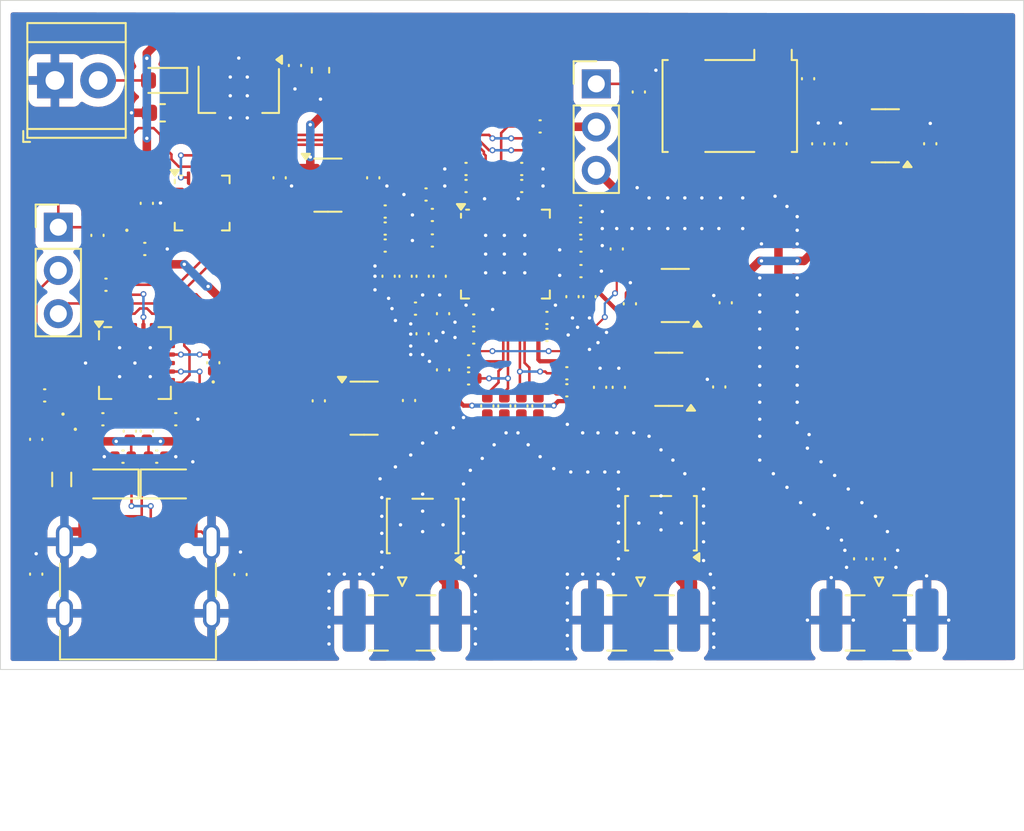
<source format=kicad_pcb>
(kicad_pcb (version 20240108) (generator "pcbnew") (generator_version "8.0")
  (layers (0 "F.Cu" signal) (31 "B.Cu" signal) (34 "B.Paste" user) (35 "F.Paste" user) (36 "B.SilkS" user "B.Silkscreen") (37 "F.SilkS" user "F.Silkscreen") (38 "B.Mask" user) (39 "F.Mask" user) (44 "Edge.Cuts" user))
  (net 0 "")
  (net 1 "GND")
  (net 2 "Net-(X1-E{slash}B)")
  (net 3 "/VCC_TCXO")
  (net 4 "Net-(X1-OUT)")
  (net 5 "Net-(U1-NOISE_FILT)")
  (net 6 "/VCC_PLL")
  (net 7 "Net-(U1-CLK)")
  (net 8 "Net-(U1-DATA)")
  (net 9 "Net-(U1-LE)")
  (net 10 "Net-(U1-REG)")
  (net 11 "Net-(U1-BIAS_FILT)")
  (net 12 "/VCC_RF")
  (net 13 "/VCC_DIG")
  (net 14 "/CP")
  (net 15 "Net-(U1-REF_IN)")
  (net 16 "/Vtune")
  (net 17 "/LD")
  (net 18 "Net-(C29-Pad2)")
  (net 19 "Net-(J2-In)")
  (net 20 "Net-(D4-K)")
  (net 21 "/CLK")
  (net 22 "/DATA")
  (net 23 "/LE")
  (net 24 "Net-(U1-RSET)")
  (net 25 "Net-(D2-K)")
  (net 26 "/RF_EN")
  (net 27 "/CE")
  (net 31 "Net-(J3-In)")
  (net 32 "/RFOUTA_N")
  (net 33 "/RFOUTA_P")
  (net 34 "/RFOUTB_P")
  (net 35 "/RFOUTB_N")
  (net 36 "Net-(J4-In)")
  (net 37 "Net-(T1-Bal1)")
  (net 38 "Net-(T1-Bal2)")
  (net 39 "Net-(T2-Bal2)")
  (net 40 "Net-(T2-Bal1)")
  (net 41 "/5V")
  (net 42 "/3V3")
  (net 43 "Net-(D3-A)")
  (net 44 "Net-(D5-K)")
  (net 45 "Net-(D6-K)")
  (net 46 "Net-(D7-K)")
  (net 47 "Net-(FB1-Pad1)")
  (net 48 "Net-(J5-CC2)")
  (net 50 "Net-(J5-CC1)")
  (net 52 "/TXD_M")
  (net 53 "/UPDI")
  (net 54 "/RXD_U")
  (net 55 "/D-M")
  (net 56 "/D+M")
  (net 57 "/RXLED{slash}")
  (net 58 "/TXLED{slash}")
  (net 59 "/RXD_M")
  (net 60 "/TXD_U")
  (net 61 "/RTS\\")
  (net 62 "/CTS\\")
  (net 66 "/TXDEN")
  (net 67 "/SLEEP{slash}")
  (net 69 "/VCC_VCO")
  (net 70 "Net-(J1-Pin_2)")
  (net 71 "Net-(J1-Pin_3)")
  (net 72 "Net-(D1-K)")
  (net 73 "Net-(J1-Pin_1)")
  (net 74 "/MUX")
  (net 79 "Net-(U1-SW)")
  (net 80 "/12V")
  (net 86 "/LED")
  (footprint "Synthesizer:Cap_0402" (layer "F.Cu") (at 167.371852 97.419107 90)
    (property "Reference" "C36" (hide yes))
    (property "Value" "2.2u" (hide yes))
  )
  (footprint "Synthesizer:Cap_0402" (layer "F.Cu") (at 155.77 93.7)
    (property "Reference" "C8" (hide yes))
    (property "Value" "10p" (hide yes))
  )
  (footprint "Synthesizer:Cap_0402" (layer "F.Cu") (at 156.2 95.8 90)
    (property "Reference" "C3" (hide yes))
    (property "Value" "100p" (hide yes))
  )
  (footprint "Synthesizer:Cap_0402" (layer "F.Cu") (at 162.5 98.25)
    (property "Reference" "C12" (hide yes))
    (property "Value" "100p" (hide yes))
  )
  (footprint "Synthesizer:Cap_0402" (layer "F.Cu") (at 147.701574 83.420893 -90)
    (property "Reference" "C47" (hide yes))
    (property "Value" ".1u" (hide yes))
  )
  (footprint "Synthesizer:Cap_0402" (layer "F.Cu") (at 156.4 98 -90)
    (property "Reference" "C28" (hide yes))
    (property "Value" "120n" (hide yes))
  )
  (footprint "LED_SMD:LED_0402_1005Metric" (layer "F.Cu") (at 138.915 93.1)
    (property "Reference" "D5" (hide yes))
    (property "Value" "White" (hide yes))
  )
  (footprint "Synthesizer:Cap_0402" (layer "F.Cu") (at 162.5 99.25)
    (property "Reference" "C11" (hide yes))
    (property "Value" "10n" (hide yes))
  )
  (footprint "Synthesizer:Res_0402" (layer "F.Cu") (at 136.6 96.3)
    (property "Reference" "R29" (hide yes))
    (property "Value" "1K" (hide yes))
  )
  (footprint "Synthesizer:Cap_0402" (layer "F.Cu") (at 164 97 -90)
    (property "Reference" "C13" (hide yes))
    (property "Value" "10n" (hide yes))
  )
  (footprint "Synthesizer:Cap_0402" (layer "F.Cu") (at 165.6222 102.325 90)
    (property "Reference" "C24" (hide yes))
    (property "Value" "10n" (hide yes))
  )
  (footprint "Package_TO_SOT_SMD:SOT-23-5" (layer "F.Cu") (at 182.3775 87.55 180)
    (property "Reference" "U6" (hide yes))
    (property "Value" "GM1207ACPZ-3.3" (hide yes))
  )
  (footprint "Connector_Coaxial:SMA_Samtec_SMA-J-P-H-ST-EM1_EdgeMount" (layer "F.Cu") (at 182 116.25 -90)
    (property "Reference" "J2" (hide yes))
    (property "Value" "REF_IN" (hide yes))
  )
  (footprint "Connector_PinHeader_2.54mm:PinHeader_1x03_P2.54mm_Vertical" (layer "F.Cu") (at 133.8 92.92)
    (property "Reference" "J7" (hide yes))
    (property "Value" "Header 1x3" (hide yes))
  )
  (footprint "Synthesizer:Cap_0402" (layer "F.Cu") (at 178.44 88.020893 -90)
    (property "Reference" "C31" (hide yes))
    (property "Value" "10n" (hide yes))
  )
  (footprint "Synthesizer:HB-TCM2-63WX+" (layer "F.Cu") (at 169.2 110.14 180)
    (property "Reference" "T2" (hide yes))
    (property "Value" "HB-TCM2-63WX+" (hide yes))
  )
  (footprint "Synthesizer:Cap_0402" (layer "F.Cu") (at 161 103.42 -90)
    (property "Reference" "C22" (hide yes))
    (property "Value" "100p" (hide yes))
  )
  (footprint "Capacitor_SMD:C_0603_1608Metric" (layer "F.Cu") (at 139.925 86.2 180)
    (property "Reference" "C26" (hide yes))
    (property "Value" "330n 25V" (hide yes))
  )
  (footprint "Package_TO_SOT_SMD:SOT-23-5" (layer "F.Cu") (at 149.6375 90.45)
    (property "Reference" "U7" (hide yes))
    (property "Value" "GM1207ACPZ-3.3" (hide yes))
  )
  (footprint "Inductor_SMD:L_0805_2012Metric" (layer "F.Cu") (at 134 107.7375 90)
    (property "Reference" "FB1" (hide yes))
    (property "Value" "FerriteBead_Small" (hide yes))
  )
  (footprint "Synthesizer:Cap_0402" (layer "F.Cu") (at 139.580893 106.398426)
    (property "Reference" "C43" (hide yes))
    (property "Value" "47p" (hide yes))
  )
  (footprint "Oscillator:Oscillator_SMD_IQD_IQXO70-4Pin_7.5x5.0mm" (layer "F.Cu") (at 173.24 85.8 180)
    (property "Reference" "X1" (hide yes))
    (property "Value" "IQXO-70" (hide yes))
  )
  (footprint "Synthesizer:Res_0402" (layer "F.Cu") (at 155.198426 99.179107 -90)
    (property "Reference" "R16" (hide yes))
    (property "Value" "240R" (hide yes))
  )
  (footprint "LED_SMD:LED_0402_1005Metric" (layer "F.Cu") (at 132.985 103.9 180)
    (property "Reference" "D3" (hide yes))
    (property "Value" "White" (hide yes))
  )
  (footprint "Synthesizer:Cap_0402" (layer "F.Cu") (at 157.75 90.5 180)
    (property "Reference" "C16" (hide yes))
    (property "Value" "100p" (hide yes))
  )
  (footprint "Synthesizer:Res_0402" (layer "F.Cu") (at 136.419107 104.201574 180)
    (property "Reference" "R28" (hide yes))
    (property "Value" "1K" (hide yes))
  )
  (footprint "Connector_Coaxial:SMA_Samtec_SMA-J-P-H-ST-EM1_EdgeMount" (layer "F.Cu") (at 168 116.25 -90)
    (property "Reference" "J4" (hide yes))
    (property "Value" "RFOUTB" (hide yes))
  )
  (footprint "Synthesizer:Res_0402" (layer "F.Cu") (at 132.501574 113.3 -90)
    (property "Reference" "R7" (hide yes))
    (property "Value" "5K1" (hide yes))
  )
  (footprint "Synthesizer:Cap_0402" (layer "F.Cu") (at 164.48 92)
    (property "Reference" "C9" (hide yes))
    (property "Value" "1u" (hide yes))
  )
  (footprint "Package_TO_SOT_SMD:SOT-23-5" (layer "F.Cu") (at 170.0375 96.930893 180)
    (property "Reference" "U5" (hide yes))
    (property "Value" "GM1207ACPZ-3.3" (hide yes))
  )
  (footprint "Synthesizer:Res_0402" (layer "F.Cu") (at 139.001574 104.9 -90)
    (property "Reference" "R24" (hide yes))
    (property "Value" "22" (hide yes))
  )
  (footprint "Synthesizer:Res_0402" (layer "F.Cu") (at 153 93)
    (property "Reference" "R2" (hide yes))
    (property "Value" "120" (hide yes))
  )
  (footprint "Synthesizer:Cap_0402" (layer "F.Cu") (at 155.77 92.2)
    (property "Reference" "C7" (hide yes))
    (property "Value" "10p" (hide yes))
  )
  (footprint "Synthesizer:Res_0402" (layer "F.Cu") (at 180.9 112.4 -90)
    (property "Reference" "R19" (hide yes))
    (property "Value" "NP" (hide yes))
  )
  (footprint "Synthesizer:Res_0402" (layer "F.Cu") (at 153.2 95.8 -90)
    (property "Reference" "R18" (hide yes))
    (property "Value" "90R9" (hide yes))
  )
  (footprint "Synthesizer:Res_0402" (layer "F.Cu") (at 164.5 94)
    (property "Reference" "R4" (hide yes))
    (property "Value" "5K1" (hide yes))
  )
  (footprint "Synthesizer:HB-TCM2-63WX+" (layer "F.Cu") (at 155.2 110.3 180)
    (property "Reference" "T1" (hide yes))
    (property "Value" "HB-TCM2-63WX+" (hide yes))
  )
  (footprint "Synthesizer:Res_0402" (layer "F.Cu") (at 163.67 101.5)
    (property "Reference" "R6" (hide yes))
    (property "Value" "49R9" (hide yes))
  )
  (footprint "Synthesizer:Cap_0402" (layer "F.Cu") (at 172.6222 102.305 90)
    (property "Reference" "C33" (hide yes))
    (property "Value" "2.2u" (hide yes))
  )
  (footprint "Synthesizer:Cap_0402" (layer "F.Cu") (at 159 103.42 -90)
    (property "Reference" "C20" (hide yes))
    (property "Value" "100p" (hide yes))
  )
  (footprint "Synthesizer:Cap_0402" (layer "F.Cu") (at 138.998426 91.519107 90)
    (property "Reference" "C42" (hide yes))
    (property "Value" ".1u" (hide yes))
  )
  (footprint "Synthesizer:Cap_0402" (layer "F.Cu") (at 173 97.360893 90)
    (property "Reference" "C37" (hide yes))
    (property "Value" "2.2u" (hide yes))
  )
  (footprint "Synthesizer:Cap_0402" (layer "F.Cu") (at 166.6 94.2 90)
    (property "Reference" "C27" (hide yes))
    (property "Value" "820p" (hide yes))
  )
  (footprint "Synthesizer:Res_0402" (layer "F.Cu") (at 132.501574 105.380893 -90)
    (property "Reference" "R11" (hide yes))
    (property "Value" "1K" (hide yes))
  )
  (footprint "Synthesizer:Cap_0402" (layer "F.Cu") (at 162.1 87)
    (property "Reference" "C19" (hide yes))
    (property "Value" "10n" (hide yes))
  )
  (footprint "Synthesizer:Cap_0402" (layer "F.Cu") (at 179.74 88.019107 90)
    (property "Reference" "C39" (hide yes))
    (property "Value" "2.2u" (hide yes))
  )
  (footprint "LED_SMD:LED_0402_1005Metric" (layer "F.Cu") (at 142.9 103.1 -90)
    (property "Reference" "D6" (hide yes))
    (property "Value" "Yellow" (hide yes))
  )
  (footprint "Synthesizer:Cap_0402" (layer "F.Cu") (at 146.8 90.02 -90)
    (property "Reference" "C40" (hide yes))
    (property "Value" "2.2u" (hide yes))
  )
  (footprint "Synthesizer:Cap_0402" (layer "F.Cu") (at 160 103.42 -90)
    (property "Reference" "C21" (hide yes))
    (property "Value" "100p" (hide yes))
  )
  (footprint "Capacitor_SMD:C_0603_1608Metric" (layer "F.Cu") (at 149.2 83.7 -90)
    (property "Reference" "C48" (hide yes))
    (property "Value" "6.8u" (hide yes))
  )
  (footprint "Package_TO_SOT_SMD:SOT-23-5" (layer "F.Cu") (at 169.6597 101.855 180)
    (property "Reference" "U3" (hide yes))
    (property "Value" "GM1207ACPZ-3.3" (hide yes))
  )
  (footprint "Synthesizer:Cap_0402" (layer "F.Cu") (at 161.02 89.5)
    (property "Reference" "C18" (hide yes))
    (property "Value" "10n" (hide yes))
  )
  (footprint "Synthesizer:Cap_0402" (layer "F.Cu") (at 156.4 101.3 90)
    (property "Reference" "C25" (hide yes))
    (property "Value" "10n" (hide yes))
  )
  (footprint "Synthesizer:Cap_0402" (layer "F.Cu") (at 152.3 90.02 -90)
    (property "Reference" "C41" (hide yes))
    (property "Value" "2.2u" (hide yes))
  )
  (footprint "Synthesizer:Res_0402" (layer "F.Cu") (at 153 93.998426)
    (property "Reference" "R3" (hide yes))
    (property "Value" "120" (hide yes))
  )
  (footprint "Synthesizer:Cap_0402" (layer "F.Cu") (at 158.2 98.4 180)
    (property "Reference" "C4" (hide yes))
    (property "Value" "100p" (hide yes))
  )
  (footprint "Synthesizer:Cap_0402" (layer "F.Cu") (at 185.015 88.019107 90)
    (property "Reference" "C38" (hide yes))
    (property "Value" "2.2u" (hide yes))
  )
  (footprint "Synthesizer:Cap_0402" (layer "F.Cu") (at 140.7 104.2)
    (property "Reference" "C46" (hide yes))
    (property "Value" ".1u" (hide yes))
  )
  (footprint "Synthesizer:Cap_0402" (layer "F.Cu") (at 157.75 89.5 180)
    (property "Reference" "C15" (hide yes))
    (property "Value" "10n" (hide yes))
  )
  (footprint "TerminalBlock_TE-Connectivity:TerminalBlock_TE_282834-2_1x02_P2.54mm_Horizontal" (layer "F.Cu") (at 133.6 84.3)
    (property "Reference" "J8" (hide yes))
    (property "Value" "Screw_Terminal_01x12" (hide yes))
  )
  (footprint "Synthesizer:Cap_0402" (layer "F.Cu") (at 158.2 99.4 180)
    (property "Reference" "C5" (hide yes))
    (property "Value" "10n" (hide yes))
  )
  (footprint "Synthesizer:Cap_0402" (layer "F.Cu") (at 161.02 90.5)
    (property "Reference" "C17" (hide yes))
    (property "Value" "100p" (hide yes))
  )
  (footprint "Package_TO_SOT_SMD:SOT-89-3" (layer "F.Cu") (at 144.4 84.85 -90)
    (property "Reference" "U2" (hide yes))
    (property "Value" "MC78L05_SOT89" (hide yes))
  )
  (footprint "Synthesizer:Cap_0402" (layer "F.Cu") (at 137.6 106.4 180)
    (property "Reference" "C45" (hide yes))
    (property "Value" "47p" (hide yes))
  )
  (footprint "Synthesizer:Cap_0402" (layer "F.Cu") (at 164.48 93)
    (property "Reference" "C10" (hide yes))
    (property "Value" "1u" (hide yes))
  )
  (footprint "Diode_SMD:D_0603_1608Metric" (layer "F.Cu") (at 139.8875 84.3 180)
    (property "Reference" "D1" (hide yes))
    (property "Value" "D_Schottky" (hide yes))
  )
  (footprint "Diode_SMD:D_SOD-323" (layer "F.Cu") (at 140.25 108)
    (property "Reference" "D4" (hide yes))
    (property "Value" "MM3Z3V6" (hide yes))
  )
  (footprint "Synthesizer:Res_0402" (layer "F.Cu") (at 138.880893 94.198426)
    (property "Reference" "R26" (hide yes))
    (property "Value" "1K" (hide yes))
  )
  (footprint "Synthesizer:Res_0402" (layer "F.Cu") (at 157.9 101.8)
    (property "Reference" "R23" (hide yes))
    (property "Value" "49R9" (hide yes))
  )
  (footprint "Synthesizer:Res_0402" (layer "F.Cu") (at 167.898426 84.979107 90)
    (property "Reference" "R20" (hide yes))
    (property "Value" "0" (hide yes))
  )
  (footprint "Connector_PinHeader_2.54mm:PinHeader_1x03_P2.54mm_Vertical" (layer "F.Cu") (at 165.4 84.5)
    (property "Reference" "J1" (hide yes))
    (property "Value" "REF Select" (hide yes))
  )
  (footprint "Synthesizer:Cap_0402" (layer "F.Cu") (at 164.5 95.5)
    (property "Reference" "C1" (hide yes))
    (property "Value" "1u" (hide yes))
  )
  (footprint "Synthesizer:Cap_0402" (layer "F.Cu") (at 133 102.8)
    (property "Reference" "C44" (hide yes))
    (property "Value" ".1u" (hide yes))
  )
  (footprint "Synthesizer:Res_0402" (layer "F.Cu") (at 144.501574 113.320893 -90)
    (property "Reference" "R10" (hide yes))
    (property "Value" "5K1" (hide yes))
  )
  (footprint "Synthesizer:Res_0402" (layer "F.Cu") (at 177.84 84.2 -90)
    (property "Reference" "R21" (hide yes))
    (property "Value" "10K" (hide yes))
  )
  (footprint "Package_TO_SOT_SMD:SOT-23-5" (layer "F.Cu") (at 151.7625 103.55)
    (property "Reference" "U4" (hide yes))
    (property "Value" "GM1207ACPZ-3.3" (hide yes))
  )
  (footprint "Synthesizer:Cap_0402" (layer "F.Cu") (at 149.1 103.12 -90)
    (property "Reference" "C35" (hide yes))
    (property "Value" "2.2u" (hide yes))
  )
  (footprint "Synthesizer:Cap_0402" (layer "F.Cu") (at 154.4 103.1 90)
    (property "Reference" "C34" (hide yes))
    (property "Value" "2.2u" (hide yes))
  )
  (footprint "Package_DFN_QFN:QFN-20-1EP_4x4mm_P0.5mm_EP2.5x2.5mm" (layer "F.Cu") (at 138.3 100.9)
    (property "Reference" "U9" (hide yes))
    (property "Value" "FT231XQ" (hide yes))
  )
  (footprint "Connector_Coaxial:SMA_Samtec_SMA-J-P-H-ST-EM1_EdgeMount" (layer "F.Cu") (at 154 116.25 -90)
    (property "Reference" "J3" (hide yes))
    (property "Value" "RFOUTA" (hide yes))
  )
  (footprint "Synthesizer:Cap_0402" (layer "F.Cu") (at 165 97 90)
    (property "Reference" "C14" (hide yes))
    (property "Value" "100p" (hide yes))
  )
  (footprint "Synthesizer:Res_0402" (layer "F.Cu") (at 153 92)
    (property "Reference" "R1" (hide yes))
    (property "Value" "120" (hide yes))
  )
  (footprint "Synthesizer:Cap_0402" (layer "F.Cu") (at 162 103.42 -90)
    (property "Reference" "C23" (hide yes))
    (property "Value" "100p" (hide yes))
  )
  (footprint "Synthesizer:Cap_0402" (layer "F.Cu") (at 182.001574 112.4075 -90)
    (property "Reference" "C30" (hide yes))
    (property "Value" "10n" (hide yes))
  )
  (footprint "Synthesizer:Cap_0402" (layer "F.Cu") (at 166.7222 102.325 90)
    (property "Reference" "C32" (hide yes))
    (property "Value" "2.2u" (hide yes))
  )
  (footprint "Synthesizer:Res_0402" (layer "F.Cu") (at 142.901574 100.880893 -90)
    (property "Reference" "R27" (hide yes))
    (property "Value" "1K" (hide yes))
  )
  (footprint "Synthesizer:Res_0402" (layer "F.Cu") (at 163.67 102.5)
    (property "Reference" "R5" (hide yes))
    (property "Value" "49R9" (hide yes))
  )
  (footprint "Package_DFN_QFN:QFN-32-1EP_5x5mm_P0.5mm_EP3.1x3.1mm" (layer "F.Cu") (at 160.0625 94.5)
    (property "Reference" "U1" (hide yes))
    (property "Value" "~" (hide yes))
  )
  (footprint "Synthesizer:Cap_0402" (layer "F.Cu") (at 155.4 91)
    (property "Reference" "C6" (hide yes))
    (property "Value" "10p" (hide yes))
  )
  (footprint "Synthesizer:Res_0402" (layer "F.Cu") (at 136.1 93.4 90)
    (property "Reference" "R30" (hide yes))
    (property "Value" "1K" (hide yes))
  )
  (footprint "Synthesizer:Cap_0402" (layer "F.Cu") (at 155.2 95.8 90)
    (property "Reference" "C2" (hide yes))
    (property "Value" "100n" (hide yes))
  )
  (footprint "Synthesizer:Res_0402" (layer "F.Cu") (at 138 104.9 -90)
    (property "Reference" "R25" (hide yes))
    (property "Value" "22" (hide yes))
  )
  (footprint "Connector_USB:USB_C_Receptacle_G-Switch_GT-USB-7010ASV" (layer "F.Cu") (at 138.48 114.525)
    (property "Reference" "J5" (hide yes))
    (property "Value" "USB-C 2.0 16P" (hide yes))
  )
  (footprint "Package_DFN_QFN:VQFN-20-1EP_3x3mm_P0.4mm_EP1.7x1.7mm" (layer "F.Cu") (at 142.25 91.5)
    (property "Reference" "U8" (hide yes))
    (property "Value" "ATtiny1616-M" (hide yes))
  )
  (footprint "Diode_SMD:D_SOD-323" (layer "F.Cu") (at 136.9 108 180)
    (property "Reference" "D2" (hide yes))
    (property "Value" "MM3Z3V6" (hide yes))
  )
  (footprint "Synthesizer:Cap_0402" (layer "F.Cu") (at 154.779107 97.701574 180)
    (property "Reference" "C29" (hide yes))
    (property "Value" "100n" (hide yes))
  )
  (footprint "Synthesizer:Res_0402" (layer "F.Cu") (at 154.2 95.8 90)
    (property "Reference" "R17" (hide yes))
    (property "Value" "30R1" (hide yes))
  )
  (footprint "Synthesizer:Res_0402" (layer "F.Cu") (at 157.9 100.8)
    (property "Reference" "R22" (hide yes))
    (property "Value" "49R9" (hide yes))
  )
  (footprint "LED_SMD:LED_0402_1005Metric" (layer "F.Cu") (at 134.8 103.7 90)
    (property "Reference" "D7" (hide yes))
    (property "Value" "Yellow" (hide yes))
  )
  (gr_rect (start 130.4 79.6) (end 190.5 118.9) (stroke (width 0.05)) (fill none) (layer "Edge.Cuts"))
  (segment (start 162.98 99.25) (end 163.75 99.25) (width 0.25) (layer "F.Cu") (net 1))
  (segment (start 156.825 113.925) (end 156.825 116) (width 1) (layer "F.Cu") (net 1))
  (segment (start 153.2 96.3) (end 153.2 97.1) (width 0.15) (layer "F.Cu") (net 1))
  (segment (start 140.06 106.4) (end 140.7 106.4) (width 0.15) (layer "F.Cu") (net 1))
  (segment (start 137.120893 106.398426) (end 136.501574 106.398426) (width 0.15) (layer "F.Cu") (net 1))
  (segment (start 161.5 90.5) (end 162.27 90.5) (width 0.15) (layer "F.Cu") (net 1))
  (segment (start 180.120893 112.879107) (end 180.1 112.9) (width 0.5) (layer "F.Cu") (net 1))
  (segment (start 136.501574 106.398426) (end 136.5 106.4) (width 0.15) (layer "F.Cu") (net 1))
  (segment (start 147.7 83.9) (end 147.7 84.8) (width 0.15) (layer "F.Cu") (net 1))
  (segment (start 139.8 91.5) (end 139.46 91.5) (width 0.15) (layer "F.Cu") (net 1))
  (segment (start 153.198426 96.298426) (end 153.2 96.3) (width 0.15) (layer "F.Cu") (net 1))
  (segment (start 162.98 98.25) (end 162.98 97.52) (width 0.25) (layer "F.Cu") (net 1))
  (segment (start 156.47 113.57) (end 156.47 112.06) (width 0.7) (layer "F.Cu") (net 1))
  (segment (start 166.7222 101.845) (end 166.7222 101.905) (width 0.15) (layer "F.Cu") (net 1))
  (segment (start 132.5 112.819107) (end 132.5 112.1) (width 0.15) (layer "F.Cu") (net 1))
  (segment (start 165.75 94) (end 165.02 94) (width 0.15) (layer "F.Cu") (net 1))
  (segment (start 148.450893 90.499107) (end 148.5 90.45) (width 0.15) (layer "F.Cu") (net 1))
  (segment (start 169.2 111.9) (end 170.47 111.9) (width 0.7) (layer "F.Cu") (net 1))
  (segment (start 164.96 93) (end 165.75 93) (width 0.15) (layer "F.Cu") (net 1))
  (segment (start 156.380681 100.8) (end 156.401574 100.820893) (width 0.25) (layer "F.Cu") (net 1))
  (segment (start 179.741574 87.54) (end 179.741574 86.801574) (width 0.5) (layer "F.Cu") (net 1))
  (segment (start 157.1 99.4) (end 157.72 99.4) (width 0.25) (layer "F.Cu") (net 1))
  (segment (start 167.4 96.180893) (end 167.4 96.913426) (width 0.2) (layer "F.Cu") (net 1))
  (segment (start 135.28 110.8) (end 134.76 110.8) (width 0.15) (layer "F.Cu") (net 1))
  (segment (start 136.3625 100.9) (end 135.4 100.9) (width 0.15) (layer "F.Cu") (net 1))
  (segment (start 155.289107 92.201574) (end 154.601574 92.201574) (width 0.15) (layer "F.Cu") (net 1))
  (segment (start 139.15 86.2) (end 138.1 86.2) (width 0.15) (layer "F.Cu") (net 1))
  (segment (start 162.98 97.52) (end 163 97.5) (width 0.15) (layer "F.Cu") (net 1))
  (segment (start 149.2 84.475) (end 149.2 85.4) (width 0.15) (layer "F.Cu") (net 1))
  (segment (start 166.6 93) (end 166.6 93.9) (width 0.2) (layer "F.Cu") (net 1))
  (segment (start 154.598426 93.701574) (end 155.289107 93.701574) (width 0.15) (layer "F.Cu") (net 1))
  (segment (start 139.46 91.5) (end 139 91.04) (width 0.15) (layer "F.Cu") (net 1))
  (segment (start 170.825 113.825) (end 170.825 116) (width 1) (layer "F.Cu") (net 1))
  (segment (start 170.7 83.7) (end 168.9 83.7) (width 0.15) (layer "F.Cu") (net 1))
  (segment (start 170.5 113.5) (end 170.825 113.825) (width 1) (layer "F.Cu") (net 1))
  (segment (start 141.998426 104.201574) (end 142 104.2) (width 0.15) (layer "F.Cu") (net 1))
  (segment (start 172.3 96.930893) (end 171.175 96.930893) (width 0.15) (layer "F.Cu") (net 1))
  (segment (start 185.006574 87.55) (end 185.016574 87.54) (width 0.5) (layer "F.Cu") (net 1))
  (segment (start 171.9222 101.855) (end 172.594667 101.855) (width 0.15) (layer "F.Cu") (net 1))
  (segment (start 170.5 113.5) (end 170.5 111.93) (width 0.7) (layer "F.Cu") (net 1))
  (segment (start 144.5 112.84) (end 144.5 112) (width 0.15) (layer "F.Cu") (net 1))
  (segment (start 134.76 110.8) (end 134.16 111.4) (width 0.15) (layer "F.Cu") (net 1))
  (segment (start 164 98.25) (end 164 97.48) (width 0.25) (layer "F.Cu") (net 1))
  (segment (start 164.96 92) (end 165.75 92) (width 0.15) (layer "F.Cu") (net 1))
  (segment (start 156.4 99.1) (end 156.4 98.48) (width 0.15) (layer "F.Cu") (net 1))
  (segment (start 179.741574 86.801574) (end 179.74 86.8) (width 0.5) (layer "F.Cu") (net 1))
  (segment (start 178.438426 86.801574) (end 178.44 86.8) (width 0.5) (layer "F.Cu") (net 1))
  (segment (start 154.601574 92.201574) (end 154.6 92.2) (width 0.15) (layer "F.Cu") (net 1))
  (segment (start 157.75 97.5) (end 158.3125 96.9375) (width 0.15) (layer "F.Cu") (net 1))
  (segment (start 161.5 89.5) (end 162.27 89.5) (width 0.15) (layer "F.Cu") (net 1))
  (segment (start 172.952467 96.930893) (end 173.001574 96.881786) (width 0.15) (layer "F.Cu") (net 1))
  (segment (start 156.5 90.5) (end 157.27 90.5) (width 0.15) (layer "F.Cu") (net 1))
  (segment (start 172.594667 101.855) (end 172.623774 101.825893) (width 0.15) (layer "F.Cu") (net 1))
  (segment (start 147.5 90.499107) (end 148.450893 90.499107) (width 0.15) (layer "F.Cu") (net 1))
  (segment (start 155.2 96.9) (end 155.2 96.282467) (width 0.25) (layer "F.Cu") (net 1))
  (segment (start 156.825 113.925) (end 156.47 113.57) (width 0.7) (layer "F.Cu") (net 1))
  (segment (start 141.68 110.8) (end 142.2 110.8) (width 0.15) (layer "F.Cu") (net 1))
  (segment (start 166.7222 101.905) (end 166.7222 101.205) (width 0.15) (layer "F.Cu") (net 1))
  (segment (start 154.92 91) (end 154.1 91) (width 0.15) (layer "F.Cu") (net 1))
  (segment (start 156.2 96.282467) (end 156.201574 96.280893) (width 0.25) (layer "F.Cu") (net 1))
  (segment (start 165.7 95.501574) (end 164.979107 95.501574) (width 0.15) (layer "F.Cu") (net 1))
  (segment (start 165.6222 101.205) (end 165.6222 101.805) (width 0.15) (layer "F.Cu") (net 1))
  (segment (start 156.2 96.9) (end 156.2 96.282467) (width 0.25) (layer "F.Cu") (net 1))
  (segment (start 183.515 87.55) (end 185.006574 87.55) (width 0.5) (layer "F.Cu") (net 1))
  (segment (start 139.36 94.2) (end 140.2 94.2) (width 0.15) (layer "F.Cu") (net 1))
  (segment (start 153.198426 96.279107) (end 153.198426 96.298426) (width 0.15) (layer "F.Cu") (net 1))
  (segment (start 142.2 110.8) (end 142.8 111.4) (width 0.15) (layer "F.Cu") (net 1))
  (segment (start 185.016574 86.823426) (end 185.016574 87.54) (width 0.5) (layer "F.Cu") (net 1))
  (segment (start 141.179107 104.201574) (end 141.998426 104.201574) (width 0.15) (layer "F.Cu") (net 1))
  (segment (start 160.8125 92.0625) (end 160.8125 91.25) (width 0.15) (layer "F.Cu") (net 1))
  (segment (start 152.298426 90.499107) (end 153.099107 90.499107) (width 0.25) (layer "F.Cu") (net 1))
  (segment (start 157.1 98.5) (end 157.2 98.4) (width 0.15) (layer "F.Cu") (net 1))
  (segment (start 170.5 111.93) (end 170.47 111.9) (width 0.7) (layer "F.Cu") (net 1))
  (segment (start 158.8125 91.275) (end 158.8125 92.0625) (width 0.15) (layer "F.Cu") (net 1))
  (segment (start 157.2 98.4) (end 157.72 98.4) (width 0.25) (layer "F.Cu") (net 1))
  (segment (start 159.3125 97.75) (end 159.3125 96.9375) (width 0.15) (layer "F.Cu") (net 1))
  (segment (start 180.898426 112.879107) (end 180.120893 112.879107) (width 0.5) (layer "F.Cu") (net 1))
  (segment (start 153.099107 90.499107) (end 153.1 90.5) (width 0.25) (layer "F.Cu") (net 1))
  (segment (start 157.625 96.25) (end 157.35 96.25) (width 0.15) (layer "F.Cu") (net 1))
  (segment (start 146.798426 90.499107) (end 147.5 90.499107) (width 0.15) (layer "F.Cu") (net 1))
  (segment (start 162.5 94.25) (end 163.25 94.25) (width 0.15) (layer "F.Cu") (net 1))
  (segment (start 155.2 96.282467) (end 155.201574 96.280893) (width 0.25) (layer "F.Cu") (net 1))
  (segment (start 158.8375 91.25) (end 158.8125 91.275) (width 0.15) (layer "F.Cu") (net 1))
  (segment (start 170.7972 101.855) (end 171.9222 101.855) (width 0.15) (layer "F.Cu") (net 1))
  (segment (start 139.8 91.5) (end 140.8 91.5) (width 0.15) (layer "F.Cu") (net 1))
  (segment (start 156.47 112.06) (end 155.2 112.06) (width 0.7) (layer "F.Cu") (net 1))
  (segment (start 155.6 100.8) (end 156.380681 100.8) (width 0.25) (layer "F.Cu") (net 1))
  (segment (start 162.5 95.75) (end 163.25 95.75) (width 0.15) (layer "F.Cu") (net 1))
  (segment (start 156.5 89.5) (end 157.27 89.5) (width 0.15) (layer "F.Cu") (net 1))
  (segment (start 165 97.46) (end 165 98.25) (width 0.25) (layer "F.Cu") (net 1))
  (segment (start 141.68 110.8) (end 141.68 110.62) (width 0.15) (layer "F.Cu") (net 1))
  (segment (start 178.438426 87.54) (end 178.438426 86.801574) (width 0.5) (layer "F.Cu") (net 1))
  (segment (start 172.3 96.930893) (end 172.952467 96.930893) (width 0.15) (layer "F.Cu") (net 1))
  (via (at 152.7 107.7) (size 0.35) (drill 0.2) (layers "F.Cu" "B.Cu") (net 1))
  (via (at 152.4 96.6) (size 0.35) (drill 0.2) (layers "F.Cu" "B.Cu") (net 1))
  (via (at 166.7 107.3) (size 0.35) (drill 0.2) (layers "F.Cu" "B.Cu") (net 1))
  (via (at 163.75 99.25) (size 0.35) (drill 0.2) (layers "F.Cu" "B.Cu") (net 1))
  (via (at 166.7 111.4) (size 0.35) (drill 0.2) (layers "F.Cu" "B.Cu") (net 1))
  (via (at 169.2 108.7) (size 0.35) (drill 0.2) (layers "F.Cu" "B.Cu") (net 1))
  (via (at 165.75 92) (size 0.35) (drill 0.2) (layers "F.Cu" "B.Cu") (net 1))
  (via (at 137.4 100) (size 0.35) (drill 0.2) (layers "F.Cu" "B.Cu") (net 1))
  (via (at 163.7 113.3) (size 0.35) (drill 0.2) (layers "F.Cu" "B.Cu") (net 1))
  (via (at 184.8 113.4) (size 0.35) (drill 0.2) (layers "F.Cu" "B.Cu") (net 1))
  (via (at 165.75 93) (size 0.35) (drill 0.2) (layers "F.Cu" "B.Cu") (net 1))
  (via (at 171.7 108.3) (size 0.35) (drill 0.2) (layers "F.Cu" "B.Cu") (net 1))
  (via (at 155.2 100.4) (size 0.35) (drill 0.2) (layers "F.Cu" "B.Cu") (net 1))
  (via (at 151.5 113.3) (size 0.35) (drill 0.2) (layers "F.Cu" "B.Cu") (net 1))
  (via (at 157.6 108.9) (size 0.35) (drill 0.2) (layers "F.Cu" "B.Cu") (net 1))
  (via (at 155.2 105.6) (size 0.35) (drill 0.2) (layers "F.Cu" "B.Cu") (net 1))
  (via (at 156.4 110.4) (size 0.35) (drill 0.2) (layers "F.Cu" "B.Cu") (net 1))
  (via (at 165 98.25) (size 0.35) (drill 0.2) (layers "F.Cu" "B.Cu") (net 1))
  (via (at 172.7 91.2) (size 0.35) (drill 0.2) (layers "F.Cu" "B.Cu") (net 1))
  (via (at 154.598426 93.701574) (size 0.35) (drill 0.2) (layers "F.Cu" "B.Cu") (net 1))
  (via (at 135.4 100.9) (size 0.35) (drill 0.2) (layers "F.Cu" "B.Cu") (net 1))
  (via (at 171.9222 101.855) (size 0.35) (drill 0.2) (layers "F.Cu" "B.Cu") (net 1))
  (via (at 170.6 91.2) (size 0.35) (drill 0.2) (layers "F.Cu" "B.Cu") (net 1))
  (via (at 175 104.2) (size 0.35) (drill 0.2) (layers "F.Cu" "B.Cu") (net 1))
  (via (at 175 102.2) (size 0.35) (drill 0.2) (layers "F.Cu" "B.Cu") (net 1))
  (via (at 167.4 96.180893) (size 0.35) (drill 0.2) (layers "F.Cu" "B.Cu") (net 1))
  (via (at 156.5 90.5) (size 0.35) (drill 0.2) (layers "F.Cu" "B.Cu") (net 1))
  (via (at 172.3 114.1) (size 0.35) (drill 0.2) (layers "F.Cu" "B.Cu") (net 1))
  (via (at 167.8 90.6) (size 0.35) (drill 0.2) (layers "F.Cu" "B.Cu") (net 1))
  (via (at 160.8 105) (size 0.35) (drill 0.2) (layers "F.Cu" "B.Cu") (net 1))
  (via (at 175 106.6) (size 0.35) (drill 0.2) (layers "F.Cu" "B.Cu") (net 1))
  (via (at 175 100) (size 0.35) (drill 0.2) (layers "F.Cu" "B.Cu") (net 1))
  (via (at 141.7 106.7) (size 0.35) (drill 0.2) (layers "F.Cu" "B.Cu") (net 1))
  (via (at 171.7 109.3) (size 0.35) (drill 0.2) (layers "F.Cu" "B.Cu") (net 1))
  (via (at 147.5 90.499107) (size 0.35) (drill 0.2) (layers "F.Cu" "B.Cu") (net 1))
  (via (at 174 91.2) (size 0.35) (drill 0.2) (layers "F.Cu" "B.Cu") (net 1))
  (via (at 157.6 104.1) (size 0.35) (drill 0.2) (layers "F.Cu" "B.Cu") (net 1))
  (via (at 154.5 106.3) (size 0.35) (drill 0.2) (layers "F.Cu" "B.Cu") (net 1))
  (via (at 137.4 101.7) (size 0.35) (drill 0.2) (layers "F.Cu" "B.Cu") (net 1))
  (via (at 155.2 108.6) (size 0.35) (drill 0.2) (layers "F.Cu" "B.Cu") (net 1))
  (via (at 139.8 91.5) (size 0.35) (drill 0.2) (layers "F.Cu" "B.Cu") (net 1))
  (via (at 166.7 110.3) (size 0.35) (drill 0.2) (layers "F.Cu" "B.Cu") (net 1))
  (via (at 182.5 110.8) (size 0.35) (drill 0.2) (layers "F.Cu" "B.Cu") (net 1))
  (via (at 175.8 107.4) (size 0.35) (drill 0.2) (layers "F.Cu" "B.Cu") (net 1))
  (via (at 140.7 106.4) (size 0.35) (drill 0.2) (layers "F.Cu" "B.Cu") (net 1))
  (via (at 174 93) (size 0.35) (drill 0.2) (layers "F.Cu" "B.Cu") (net 1))
  (via (at 161.2 93.4) (size 0.35) (drill 0.2) (layers "F.Cu" "B.Cu") (net 1))
  (via (at 154.6 92.2) (size 0.35) (drill 0.2) (layers "F.Cu" "B.Cu") (net 1))
  (via (at 168.5 91.2) (size 0.35) (drill 0.2) (layers "F.Cu" "B.Cu") (net 1))
  (via (at 149.7 113.3) (size 0.35) (drill 0.2) (layers "F.Cu" "B.Cu") (net 1))
  (via (at 144.9 85.2) (size 0.35) (drill 0.2) (layers "F.Cu" "B.Cu") (net 1))
  (via (at 149.7 114.3) (size 0.35) (drill 0.2) (layers "F.Cu" "B.Cu") (net 1))
  (via (at 138.3 100.9) (size 0.35) (drill 0.2) (layers "F.Cu" "B.Cu") (net 1))
  (via (at 183 112.9) (size 0.35) (drill 0.2) (layers "F.Cu" "B.Cu") (net 1))
  (via (at 171.7 110.3) (size 0.35) (drill 0.2) (layers "F.Cu" "B.Cu") (net 1))
  (via (at 169.2 110.7) (size 0.35) (drill 0.2) (layers "F.Cu" "B.Cu") (net 1))
  (via (at 157.6 109.9) (size 0.35) (drill 0.2) (layers "F.Cu" "B.Cu") (net 1))
  (via (at 166.6 93) (size 0.35) (drill 0.2) (layers "F.Cu" "B.Cu") (net 1))
  (via (at 157.1 98.5) (size 0.35) (drill 0.2) (layers "F.Cu" "B.Cu") (net 1))
  (via (at 164.9 107.3) (size 0.35) (drill 0.2) (layers "F.Cu" "B.Cu") (net 1))
  (via (at 153.1 90.5) (size 0.35) (drill 0.2) (layers "F.Cu" "B.Cu") (net 1))
  (via (at 153.2 97.1) (size 0.35) (drill 0.2) (layers "F.Cu" "B.Cu") (net 1))
  (via (at 143.9 85.2) (size 0.35) (drill 0.2) (layers "F.Cu" "B.Cu") (net 1))
  (via (at 178.6 106.7) (size 0.35) (drill 0.2) (layers "F.Cu" "B.Cu") (net 1))
  (via (at 177.8 105.9) (size 0.35) (drill 0.2) (layers "F.Cu" "B.Cu") (net 1))
  (via (at 176.6 91.7) (size 0.35) (drill 0.2) (layers "F.Cu" "B.Cu") (net 1))
  (via (at 152.4 95.8) (size 0.35) (drill 0.2) (layers "F.Cu" "B.Cu") (net 1))
  (via (at 164 98.25) (size 0.35) (drill 0.2) (layers "F.Cu" "B.Cu") (net 1))
  (via (at 165.75 94) (size 0.35) (drill 0.2) (layers "F.Cu" "B.Cu") (net 1))
  (via (at 152.8 112) (size 0.35) (drill 0.2) (layers "F.Cu" "B.Cu") (net 1))
  (via (at 168.9 83.7) (size 0.35) (drill 0.2) (layers "F.Cu" "B.Cu") (net 1))
  (via (at 171.6 91.2) (size 0.35) (drill 0.2) (layers "F.Cu" "B.Cu") (net 1))
  (via (at 167.5 93) (size 0.35) (drill 0.2) (layers "F.Cu" "B.Cu") (net 1))
  (via (at 172.6 93) (size 0.35) (drill 0.2) (layers "F.Cu" "B.Cu") (net 1))
  (via (at 153.9 110.4) (size 0.35) (drill 0.2) (layers "F.Cu" "B.Cu") (net 1))
  (via (at 166.7 109.3) (size 0.35) (drill 0.2) (layers "F.Cu" "B.Cu") (net 1))
  (via (at 167.6 105) (size 0.35) (drill 0.2) (layers "F.Cu" "B.Cu") (net 1))
  (via (at 163.7 115) (size 0.35) (drill 0.2) (layers "F.Cu" "B.Cu") (net 1))
  (via (at 179.2 113.5) (size 0.35) (drill 0.2) (layers "F.Cu" "B.Cu") (net 1))
  (via (at 144.4 82.9875) (size 0.35) (drill 0.2) (layers "F.Cu" "B.Cu") (net 1))
  (via (at 179 110.6) (size 0.35) (drill 0.2) (layers "F.Cu" "B.Cu") (net 1))
  (via (at 139.2 101.7) (size 0.35) (drill 0.2) (layers "F.Cu" "B.Cu") (net 1))
  (via (at 177.2 93.9) (size 0.35) (drill 0.2) (layers "F.Cu" "B.Cu") (net 1))
  (via (at 170.6 93) (size 0.35) (drill 0.2) (layers "F.Cu" "B.Cu") (net 1))
  (via (at 156.5 89.5) (size 0.35) (drill 0.2) (layers "F.Cu" "B.Cu") (net 1))
  (via (at 162.27 90.5) (size 0.35) (drill 0.2) (layers "F.Cu" "B.Cu") (net 1))
  (via (at 150.6 113.3) (size 0.35) (drill 0.2) (layers "F.Cu" "B.Cu") (net 1))
  (via (at 144.9 86.5) (size 0.35) (drill 0.2) (layers "F.Cu" "B.Cu") (net 1))
  (via (at 172.3 117.6) (size 0.35) (drill 0.2) (layers "F.Cu" "B.Cu") (net 1))
  (via (at 166.7 112.4) (size 0.35) (drill 0.2) (layers "F.Cu" "B.Cu") (net 1))
  (via (at 154.5 98.6) (size 0.35) (drill 0.2) (layers "F.Cu" "B.Cu") (net 1))
  (via (at 177.2 100) (size 0.35) (drill 0.2) (layers "F.Cu" "B.Cu") (net 1))
  (via (at 162.9 107.1) (size 0.35) (drill 0.2) (layers "F.Cu" "B.Cu") (net 1))
  (via (at 172.3 96.930893) (size 0.35) (drill 0.2) (layers "F.Cu" "B.Cu") (net 1))
  (via (at 169.6 91.2) (size 0.35) (drill 0.2) (layers "F.Cu" "B.Cu") (net 1))
  (via (at 171.7 111.4) (size 0.35) (drill 0.2) (layers "F.Cu" "B.Cu") (net 1))
  (via (at 158.3 116.5) (size 0.35) (drill 0.2) (layers "F.Cu" "B.Cu") (net 1))
  (via (at 165.6222 101.205) (size 0.35) (drill 0.2) (layers "F.Cu" "B.Cu") (net 1))
  (via (at 177.2 93.1) (size 0.35) (drill 0.2) (layers "F.Cu" "B.Cu") (net 1))
  (via (at 158.3 117.4) (size 0.35) (drill 0.2) (layers "F.Cu" "B.Cu") (net 1))
  (via (at 177.2 95.9) (size 0.35) (drill 0.2) (layers "F.Cu" "B.Cu") (net 1))
  (via (at 154.5 99.2) (size 0.35) (drill 0.2) (layers "F.Cu" "B.Cu") (net 1))
  (via (at 170.4 110.3) (size 0.35) (drill 0.2) (layers "F.Cu" "B.Cu") (net 1))
  (via (at 153.4 97.7) (size 0.35) (drill 0.2) (layers "F.Cu" "B.Cu") (net 1))
  (via (at 149.7 117.4) (size 0.35) (drill 0.2) (layers "F.Cu" "B.Cu") (net 1))
  (via (at 162.1 106.4) (size 0.35) (drill 0.2) (layers "F.Cu" "B.Cu") (net 1))
  (via (at 161.2 94.5) (size 0.35) (drill 0.2) (layers "F.Cu" "B.Cu") (net 1))
  (via (at 177.2 103.2) (size 0.35) (drill 0.2) (layers "F.Cu" "B.Cu") (net 1))
  (via (at 132.5 112.1) (size 0.35) (drill 0.2) (layers "F.Cu" "B.Cu") (net 1))
  (via (at 171.6 93) (size 0.35) (drill 0.2) (layers "F.Cu" "B.Cu") (net 1))
  (via (at 179.4 107.5) (size 0.35) (drill 0.2) (layers "F.Cu" "B.Cu") (net 1))
  (via (at 164.6 113.3) (size 0.35) (drill 0.2) (layers "F.Cu" "B.Cu") (net 1))
  (via (at 177.2 92.3) (size 0.35) (drill 0.2) (layers "F.Cu" "B.Cu") (net 1))
  (via (at 158.8375 91.25) (size 0.35) (drill 0.2) (layers "F.Cu" "B.Cu") (net 1))
  (via (at 156 99.6) (size 0.35) (drill 0.2) (layers "F.Cu" "B.Cu") (net 1))
  (via (at 163.7 114.1) (size 0.35) (drill 0.2) (layers "F.Cu" "B.Cu") (net 1))
  (via (at 163.25 95.75) (size 0.35) (drill 0.2) (layers "F.Cu" "B.Cu") (net 1))
  (via (at 157.6 112.9) (size 0.35) (drill 0.2) (layers "F.Cu" "B.Cu") (net 1))
  (via (at 140.2 94.2) (size 0.35) (drill 0.2) (layers "F.Cu" "B.Cu") (net 1))
  (via (at 166.4 113.3) (size 0.35) (drill 0.2) (layers "F.Cu" "B.Cu") (net 1))
  (via (at 169.2 109.7) (size 0.35) (drill 0.2) (layers "F.Cu" "B.Cu") (net 1))
  (via (at 165.9 107.3) (size 0.35) (drill 0.2) (layers "F.Cu" "B.Cu") (net 1))
  (via (at 175 98.9) (size 0.35) (drill 0.2) (layers "F.Cu" "B.Cu") (net 1))
  (via (at 155.2 110.8) (size 0.35) (drill 0.2) (layers "F.Cu" "B.Cu") (net 1))
  (via (at 175 101.1) (size 0.35) (drill 0.2) (layers "F.Cu" "B.Cu") (net 1))
  (via (at 168.5 105.2) (size 0.35) (drill 0.2) (layers "F.Cu" "B.Cu") (net 1))
  (via (at 158.3 115.5) (size 0.35) (drill 0.2) (layers "F.Cu" "B.Cu") (net 1))
  (via (at 139.2 100) (size 0.35) (drill 0.2) (layers "F.Cu" "B.Cu") (net 1))
  (via (at 149.7 116.4) (size 0.35) (drill 0.2) (layers "F.Cu" "B.Cu") (net 1))
  (via (at 160 93.4) (size 0.35) (drill 0.2) (layers "F.Cu" "B.Cu") (net 1))
  (via (at 158.3 113.4) (size 0.35) (drill 0.2) (layers "F.Cu" "B.Cu") (net 1))
  (via (at 165.5 105) (size 0.35) (drill 0.2) (layers "F.Cu" "B.Cu") (net 1))
  (via (at 177.2 96.9) (size 0.35) (drill 0.2) (layers "F.Cu" "B.Cu") (net 1))
  (via (at 156.4 99.1) (size 0.35) (drill 0.2) (layers "F.Cu" "B.Cu") (net 1))
  (via (at 169.9 106.6) (size 0.35) (drill 0.2) (layers "F.Cu" "B.Cu") (net 1))
  (via (at 160 95.6) (size 0.35) (drill 0.2) (layers "F.Cu" "B.Cu") (net 1))
  (via (at 152.8 112.9) (size 0.35) (drill 0.2) (layers "F.Cu" "B.Cu") (net 1))
  (via (at 163.7 117.7) (size 0.35) (drill 0.2) (layers "F.Cu" "B.Cu") (net 1))
  (via (at 171.7 112.5) (size 0.35) (drill 0.2) (layers "F.Cu" "B.Cu") (net 1))
  (via (at 180.1 112.9) (size 0.35) (drill 0.2) (layers "F.Cu" "B.Cu") (net 1))
  (via (at 177.2 104.4) (size 0.35) (drill 0.2) (layers "F.Cu" "B.Cu") (net 1))
  (via (at 180.5 116) (size 0.35) (drill 0.2) (layers "F.Cu" "B.Cu") (net 1))
  (via (at 163.7 104.5) (size 0.35) (drill 0.2) (layers "F.Cu" "B.Cu") (net 1))
  (via (at 152.4 95.2) (size 0.35) (drill 0.2) (layers "F.Cu" "B.Cu") (net 1))
  (via (at 161.4 105.7) (size 0.35) (drill 0.2) (layers "F.Cu" "B.Cu") (net 1))
  (via (at 158 107.2) (size 0.35) (drill 0.2) (layers "F.Cu" "B.Cu") (net 1))
  (via (at 160 94.5) (size 0.35) (drill 0.2) (layers "F.Cu" "B.Cu") (net 1))
  (via (at 163.7 116.9) (size 0.35) (drill 0.2) (layers "F.Cu" "B.Cu") (net 1))
  (via (at 157.6 112) (size 0.35) (drill 0.2) (layers "F.Cu" "B.Cu") (net 1))
  (via (at 143.9 86.5) (size 0.35) (drill 0.2) (layers "F.Cu" "B.Cu") (net 1))
  (via (at 176.6 108.2) (size 0.35) (drill 0.2) (layers "F.Cu" "B.Cu") (net 1))
  (via (at 155.2 109.6) (size 0.35) (drill 0.2) (layers "F.Cu" "B.Cu") (net 1))
  (via (at 154.5 100.4) (size 0.35) (drill 0.2) (layers "F.Cu" "B.Cu") (net 1))
  (via (at 149.2 85.4) (size 0.35) (drill 0.2) (layers "F.Cu" "B.Cu") (net 1))
  (via (at 172.3 116.8) (size 0.35) (drill 0.2) (layers "F.Cu" "B.Cu") (net 1))
  (via (at 154.1 91) (size 0.35) (drill 0.2) (layers "F.Cu" "B.Cu") (net 1))
  (via (at 156 105) (size 0.35) (drill 0.2) (layers "F.Cu" "B.Cu") (net 1))
  (via (at 144.5 112) (size 0.35) (drill 0.2) (layers "F.Cu" "B.Cu") (net 1))
  (via (at 175 95.9) (size 0.35) (drill 0.2) (layers "F.Cu" "B.Cu") (net 1))
  (via (at 158.9 93.4) (size 0.35) (drill 0.2) (layers "F.Cu" "B.Cu") (net 1))
  (via (at 172.1 113.3) (size 0.35) (drill 0.2) (layers "F.Cu" "B.Cu") (net 1))
  (via (at 166.7222 101.205) (size 0.35) (drill 0.2) (layers "F.Cu" "B.Cu") (net 1))
  (via (at 152.3 113.3) (size 0.35) (drill 0.2) (layers "F.Cu" "B.Cu") (net 1))
  (via (at 177.2 98.9) (size 0.35) (drill 0.2) (layers "F.Cu" "B.Cu") (net 1))
  (via (at 175.9 91.1) (size 0.35) (drill 0.2) (layers "F.Cu" "B.Cu") (net 1))
  (via (at 163.9 107.3) (size 0.35) (drill 0.2) (layers "F.Cu" "B.Cu") (net 1))
  (via (at 157.75 97.5) (size 0.35) (drill 0.2) (layers "F.Cu" "B.Cu") (net 1))
  (via (at 152.8 109.9) (size 0.35) (drill 0.2) (layers "F.Cu" "B.Cu") (net 1))
  (via (at 177.2 97.9) (size 0.35) (drill 0.2) (layers "F.Cu" "B.Cu") (net 1))
  (via (at 158.9 95.6) (size 0.35) (drill 0.2) (layers "F.Cu" "B.Cu") (net 1))
  (via (at 157 104.7) (size 0.35) (drill 0.2) (layers "F.Cu" "B.Cu") (net 1))
  (via (at 168.5 93) (size 0.35) (drill 0.2) (layers "F.Cu" "B.Cu") (net 1))
  (via (at 180 111.9) (size 0.35) (drill 0.2) (layers "F.Cu" "B.Cu") (net 1))
  (via (at 186.1 116) (size 0.35) (drill 0.2) (layers "F.Cu" "B.Cu") (net 1))
  (via (at 165.5 99.7) (size 0.35) (drill 0.2) (layers "F.Cu" "B.Cu") (net 1))
  (via (at 165.5 113.3) (size 0.35) (drill 0.2) (layers "F.Cu" "B.Cu") (net 1))
  (via (at 167.9 110.3) (size 0.35) (drill 0.2) (layers "F.Cu" "B.Cu") (net 1))
  (via (at 159.4 105.7) (size 0.35) (drill 0.2) (layers "F.Cu" "B.Cu") (net 1))
  (via (at 153.6 107) (size 0.35) (drill 0.2) (layers "F.Cu" "B.Cu") (net 1))
  (via (at 172.3 116) (size 0.35) (drill 0.2) (layers "F.Cu" "B.Cu") (net 1))
  (via (at 175 97.9) (size 0.35) (drill 0.2) (layers "F.Cu" "B.Cu") (net 1))
  (via (at 161.2 95.6) (size 0.35) (drill 0.2) (layers "F.Cu" "B.Cu") (net 1))
  (via (at 175 96.9) (size 0.35) (drill 0.2) (layers "F.Cu" "B.Cu") (net 1))
  (via (at 160.8125 91.25) (size 0.35) (drill 0.2) (layers "F.Cu" "B.Cu") (net 1))
  (via (at 136.5 106.4) (size 0.35) (drill 0.2) (layers "F.Cu" "B.Cu") (net 1))
  (via (at 155.2 96.9) (size 0.35) (drill 0.2) (layers "F.Cu" "B.Cu") (net 1))
  (via (at 155.6 100.8) (size 0.35) (drill 0.2) (layers "F.Cu" "B.Cu") (net 1))
  (via (at 165 100.1) (size 0.35) (drill 0.2) (layers "F.Cu" "B.Cu") (net 1))
  (via (at 175.1 93.9) (size 0.35) (drill 0.2) (layers "F.Cu" "B.Cu") (net 1))
  (via (at 163.7 116) (size 0.35) (drill 0.2) (layers "F.Cu" "B.Cu") (net 1))
  (via (at 177.9 105.1) (size 0.35) (drill 0.2) (layers "F.Cu" "B.Cu") (net 1))
  (via (at 160.1 105) (size 0.35) (drill 0.2) (layers "F.Cu" "B.Cu") (net 1))
  (via (at 163 97.5) (size 0.35) (drill 0.2) (layers "F.Cu" "B.Cu") (net 1))
  (via (at 156.2 96.9) (size 0.35) (drill 0.2) (layers "F.Cu" "B.Cu") (net 1))
  (via (at 152.8 108.8) (size 0.35) (drill 0.2) (layers "F.Cu" "B.Cu") (net 1))
  (via (at 185.016574 86.823426) (size 0.35) (drill 0.2) (layers "F.Cu" "B.Cu") (net 1))
  (via (at 163.25 94.25) (size 0.35) (drill 0.2) (layers "F.Cu" "B.Cu") (net 1))
  (via (at 159.3125 97.75) (size 0.35) (drill 0.2) (layers "F.Cu" "B.Cu") (net 1))
  (via (at 169.2 106) (size 0.35) (drill 0.2) (layers "F.Cu" "B.Cu") (net 1))
  (via (at 175 105.2) (size 0.35) (drill 0.2) (layers "F.Cu" "B.Cu") (net 1))
  (via (at 172.3 115) (size 0.35) (drill 0.2) (layers "F.Cu" "B.Cu") (net 1))
  (via (at 177.4 109.1) (size 0.35) (drill 0.2) (layers "F.Cu" "B.Cu") (net 1))
  (via (at 152.8 110.9) (size 0.35) (drill 0.2) (layers "F.Cu" "B.Cu") (net 1))
  (via (at 158.9 94.5) (size 0.35) (drill 0.2) (layers "F.Cu" "B.Cu") (net 1))
  (via (at 147.7 84.8) (size 0.35) (drill 0.2) (layers "F.Cu" "B.Cu") (net 1))
  (via (at 149.7 115.3) (size 0.35) (drill 0.2) (layers "F.Cu" "B.Cu") (net 1))
  (via (at 164.6 105) (size 0.35) (drill 0.2) (layers "F.Cu" "B.Cu") (net 1))
  (via (at 157.1 99.4) (size 0.35) (drill 0.2) (layers "F.Cu" "B.Cu") (net 1))
  (via (at 153.6 98.4) (size 0.35) (drill 0.2) (layers "F.Cu" "B.Cu") (net 1))
  (via (at 183.1 111.9) (size 0.35) (drill 0.2) (layers "F.Cu" "B.Cu") (net 1))
  (via (at 177.8 116) (size 0.35) (drill 0.2) (layers "F.Cu" "B.Cu") (net 1))
  (via (at 170.6 107.4) (size 0.35) (drill 0.2) (layers "F.Cu" "B.Cu") (net 1))
  (via (at 164.3 98.8) (size 0.35) (drill 0.2) (layers "F.Cu" "B.Cu") (net 1))
  (via (at 143.9 84.1) (size 0.35) (drill 0.2) (layers "F.Cu" "B.Cu") (net 1))
  (via (at 157.6 108) (size 0.35) (drill 0.2) (layers "F.Cu" "B.Cu") (net 1))
  (via (at 165.7 95.501574) (size 0.35) (drill 0.2) (layers "F.Cu" "B.Cu") (net 1))
  (via (at 180.2 108.3) (size 0.35) (drill 0.2) (layers "F.Cu" "B.Cu") (net 1))
  (via (at 178.2 109.8) (size 0.35) (drill 0.2) (layers "F.Cu" "B.Cu") (net 1))
  (via (at 162.27 89.5) (size 0.35) (drill 0.2) (layers "F.Cu" "B.Cu") (net 1))
  (via (at 158.3 114.5) (size 0.35) (drill 0.2) (layers "F.Cu" "B.Cu") (net 1))
  (via (at 178.44 86.8) (size 0.35) (drill 0.2) (layers "F.Cu" "B.Cu") (net 1))
  (via (at 166.7 108.3) (size 0.35) (drill 0.2) (layers "F.Cu" "B.Cu") (net 1))
  (via (at 158.7 106.5) (size 0.35) (drill 0.2) (layers "F.Cu" "B.Cu") (net 1))
  (via (at 169.6 93) (size 0.35) (drill 0.2) (layers "F.Cu" "B.Cu") (net 1))
  (via (at 166 99.1) (size 0.35) (drill 0.2) (layers "F.Cu" "B.Cu") (net 1))
  (via (at 154.5 99.9) (size 0.35) (drill 0.2) (layers "F.Cu" "B.Cu") (net 1))
  (via (at 142 104.2) (size 0.35) (drill 0.2) (layers "F.Cu" "B.Cu") (net 1))
  (via (at 181.8 109.9) (size 0.35) (drill 0.2) (layers "F.Cu" "B.Cu") (net 1))
  (via (at 181 109.1) (size 0.35) (drill 0.2) (layers "F.Cu" "B.Cu") (net 1))
  (via (at 177.2 101.1) (size 0.35) (drill 0.2) (layers "F.Cu" "B.Cu") (net 1))
  (via (at 144.9 84.1) (size 0.35) (drill 0.2) (layers "F.Cu" "B.Cu") (net 1))
  (via (at 183.5 116) (size 0.35) (drill 0.2) (layers "F.Cu" "B.Cu") (net 1))
  (via (at 175 103.2) (size 0.35) (drill 0.2) (layers "F.Cu" "B.Cu") (net 1))
  (via (at 179.74 86.8) (size 0.35) (drill 0.2) (layers "F.Cu" "B.Cu") (net 1))
  (via (at 166.6 105) (size 0.35) (drill 0.2) (layers "F.Cu" "B.Cu") (net 1))
  (via (at 138.1 86.2) (size 0.35) (drill 0.2) (layers "F.Cu" "B.Cu") (net 1))
  (via (at 179.8 111.3) (size 0.35) (drill 0.2) (layers "F.Cu" "B.Cu") (net 1))
  (via (at 157.6 110.9) (size 0.35) (drill 0.2) (layers "F.Cu" "B.Cu") (net 1))
  (via (at 177.2 102.2) (size 0.35) (drill 0.2) (layers "F.Cu" "B.Cu") (net 1))
  (segment (start 175.78 83.7) (end 175.799107 83.719107) (width 0.25) (layer "F.Cu") (net 2))
  (segment (start 175.799107 83.719107) (end 177.838426 83.719107) (width 0.25) (layer "F.Cu") (net 2))
  (segment (start 179.741574 88.5) (end 181.24 88.5) (width 0.15) (layer "F.Cu") (net 3))
  (segment (start 177.84 88.5) (end 178.438426 88.5) (width 0.15) (layer "F.Cu") (net 3))
  (segment (start 176.04 88.16) (end 175.78 87.9) (width 0.5) (layer "F.Cu") (net 3))
  (segment (start 177.838426 88.498426) (end 177.84 88.5) (width 0.15) (layer "F.Cu") (net 3))
  (segment (start 177.838426 84.679107) (end 177.838426 88.498426) (width 0.15) (layer "F.Cu") (net 3))
  (segment (start 176.38 88.5) (end 175.78 87.9) (width 0.15) (layer "F.Cu") (net 3))
  (segment (start 178.438426 88.5) (end 176.38 88.5) (width 0.15) (layer "F.Cu") (net 3))
  (segment (start 178.438426 88.5) (end 179.741574 88.5) (width 0.15) (layer "F.Cu") (net 3))
  (segment (start 167.9 86.2) (end 169.6 87.9) (width 0.15) (layer "F.Cu") (net 4))
  (segment (start 169.6 87.9) (end 170.7 87.9) (width 0.15) (layer "F.Cu") (net 4))
  (segment (start 167.9 85.46) (end 167.9 86.2) (width 0.15) (layer "F.Cu") (net 4))
  (segment (start 163.77 95.25) (end 164.019107 95.499107) (width 0.15) (layer "F.Cu") (net 5))
  (segment (start 164.019107 95.499107) (end 164.019107 95.501574) (width 0.15) (layer "F.Cu") (net 5))
  (segment (start 162.5435 95.2065) (end 163.7265 95.2065) (width 0.127) (layer "F.Cu") (net 5))
  (segment (start 162.5 95.25) (end 162.5435 95.2065) (width 0.127) (layer "F.Cu") (net 5))
  (segment (start 158.68 98.4) (end 158.68 97.57) (width 0.127) (layer "F.Cu") (net 6))
  (segment (start 157.625 95.25) (end 155.272467 95.25) (width 0.25) (layer "F.Cu") (net 6))
  (segment (start 158.68 99.4) (end 158.68 98.4) (width 0.25) (layer "F.Cu") (net 6))
  (segment (start 155.272467 95.25) (end 155.201574 95.320893) (width 0.25) (layer "F.Cu") (net 6))
  (segment (start 158.8125 96.9375) (end 158.75 97) (width 0.15) (layer "F.Cu") (net 6))
  (segment (start 158.68 97.57) (end 158.8125 97.4375) (width 0.127) (layer "F.Cu") (net 6))
  (segment (start 158.8125 97.4375) (end 158.8125 96.9375) (width 0.127) (layer "F.Cu") (net 6))
  (segment (start 155.88 91) (end 155.88 91.58) (width 0.15) (layer "F.Cu") (net 7))
  (segment (start 157 91.6) (end 153.880681 91.6) (width 0.15) (layer "F.Cu") (net 7))
  (segment (start 153.880681 91.6) (end 153.479107 92.001574) (width 0.15) (layer "F.Cu") (net 7))
  (segment (start 155.88 91.58) (end 155.9 91.6) (width 0.15) (layer "F.Cu") (net 7))
  (segment (start 157.625 92.75) (end 157.625 92.225) (width 0.15) (layer "F.Cu") (net 7))
  (segment (start 157.625 92.225) (end 157 91.6) (width 0.15) (layer "F.Cu") (net 7))
  (segment (start 156.2 92.8) (end 154 92.8) (width 0.15) (layer "F.Cu") (net 8))
  (segment (start 157.20847 93.25) (end 156.75847 92.8) (width 0.15) (layer "F.Cu") (net 8))
  (segment (start 157.625 93.25) (end 157.20847 93.25) (width 0.15) (layer "F.Cu") (net 8))
  (segment (start 154 92.8) (end 153.798426 93.001574) (width 0.15) (layer "F.Cu") (net 8))
  (segment (start 153.798426 93.001574) (end 153.479107 93.001574) (width 0.15) (layer "F.Cu") (net 8))
  (segment (start 156.75847 92.8) (end 155.9 92.8) (width 0.15) (layer "F.Cu") (net 8))
  (segment (start 156.25 92.75) (end 156.2 92.8) (width 0.15) (layer "F.Cu") (net 8))
  (segment (start 156.25 92.5) (end 156.25 92.75) (width 0.15) (layer "F.Cu") (net 8))
  (segment (start 157.20847 93.75) (end 156.9125 93.45403) (width 0.15) (layer "F.Cu") (net 9))
  (segment (start 156.666732 93.1) (end 154.4 93.1) (width 0.15) (layer "F.Cu") (net 9))
  (segment (start 156.9125 93.345768) (end 156.666732 93.1) (width 0.15) (layer "F.Cu") (net 9))
  (segment (start 153.5 94) (end 153.479107 94) (width 0.15) (layer "F.Cu") (net 9))
  (segment (start 157.625 93.75) (end 157.20847 93.75) (width 0.15) (layer "F.Cu") (net 9))
  (segment (start 156.25 93.1) (end 156.25 93.700681) (width 0.15) (layer "F.Cu") (net 9))
  (segment (start 154.4 93.1) (end 153.5 94) (width 0.15) (layer "F.Cu") (net 9))
  (segment (start 156.25 93.700681) (end 156.249107 93.701574) (width 0.15) (layer "F.Cu") (net 9))
  (segment (start 156.9125 93.45403) (end 156.9125 93.345768) (width 0.15) (layer "F.Cu") (net 9))
  (segment (start 163.75 92) (end 164 92) (width 0.15) (layer "F.Cu") (net 10))
  (segment (start 162.5 92.75) (end 163 92.75) (width 0.15) (layer "F.Cu") (net 10))
  (segment (start 163 92.75) (end 163.75 92) (width 0.15) (layer "F.Cu") (net 10))
  (segment (start 162.5 93.25) (end 163.75 93.25) (width 0.15) (layer "F.Cu") (net 11))
  (segment (start 163.75 93.25) (end 164 93) (width 0.15) (layer "F.Cu") (net 11))
  (segment (start 163.163426 103.136574) (end 162.9 103.4) (width 0.25) (layer "F.Cu") (net 12))
  (segment (start 162 97.8) (end 162 100.7) (width 0.25) (layer "F.Cu") (net 12))
  (segment (start 156.42 101.8) (end 156.4 101.78) (width 0.15) (layer "F.Cu") (net 12))
  (segment (start 157.39 100.8) (end 157.39 101.8) (width 0.25) (layer "F.Cu") (net 12))
  (segment (start 165.005893 102.805893) (end 165.623774 102.805893) (width 0.25) (layer "F.Cu") (net 12))
  (segment (start 164.7 102.5) (end 165.005893 102.805893) (width 0.25) (layer "F.Cu") (net 12))
  (segment (start 167.5222 102.805) (end 166.8222 102.805) (width 0.25) (layer "F.Cu") (net 12))
  (segment (start 164.7 100.8) (end 164.7 103.1) (width 0.25) (layer "F.Cu") (net 12))
  (segment (start 157.39 103.19) (end 157.6 103.4) (width 0.25) (layer "F.Cu") (net 12))
  (segment (start 168.5222 102.805) (end 167.5222 102.805) (width 0.25) (layer "F.Cu") (net 12))
  (segment (start 162.095 100.795) (end 164.695 100.795) (width 0.25) (layer "F.Cu") (net 12))
  (segment (start 161.8125 96.9375) (end 161.8125 97.6125) (width 0.25) (layer "F.Cu") (net 12))
  (segment (start 164.18 102.5) (end 164.7 102.5) (width 0.25) (layer "F.Cu") (net 12))
  (segment (start 166.722881 102.805) (end 165.6222 102.805) (width 0.25) (layer "F.Cu") (net 12))
  (segment (start 157.39 101.6) (end 157.39 103.19) (width 0.25) (layer "F.Cu") (net 12))
  (segment (start 164.695 100.795) (end 164.7 100.8) (width 0.25) (layer "F.Cu") (net 12))
  (segment (start 161.8125 97.6125) (end 162 97.8) (width 0.25) (layer "F.Cu") (net 12))
  (segment (start 157.39 101.8) (end 156.42 101.8) (width 0.25) (layer "F.Cu") (net 12))
  (segment (start 164.7 103.1) (end 164.663426 103.136574) (width 0.25) (layer "F.Cu") (net 12))
  (segment (start 157.6 103.4) (end 158.1 103.4) (width 0.25) (layer "F.Cu") (net 12))
  (segment (start 166.723774 102.805893) (end 166.722881 102.805) (width 0.25) (layer "F.Cu") (net 12))
  (segment (start 162 100.7) (end 162.095 100.795) (width 0.25) (layer "F.Cu") (net 12))
  (segment (start 164.663426 103.136574) (end 163.163426 103.136574) (width 0.25) (layer "F.Cu") (net 12))
  (via (at 162.9 103.4) (size 0.35) (drill 0.2) (layers "F.Cu" "B.Cu") (net 12))
  (via (at 158.1 103.4) (size 0.35) (drill 0.2) (layers "F.Cu" "B.Cu") (net 12))
  (segment (start 158.1 103.4) (end 162.9 103.4) (width 0.25) (layer "B.Cu") (net 12))
  (segment (start 158.230893 90.498426) (end 158.230893 89.498426) (width 0.25) (layer "F.Cu") (net 13))
  (segment (start 153.037533 88.8) (end 152.298426 89.539107) (width 0.25) (layer "F.Cu") (net 13))
  (segment (start 152.259319 89.5) (end 152.298426 89.539107) (width 0.25) (layer "F.Cu") (net 13))
  (segment (start 160.5275 90.2825) (end 160.56 90.25) (width 0.25) (layer "F.Cu") (net 13))
  (segment (start 160.2575 90.7825) (end 160.54 90.5) (width 0.25) (layer "F.Cu") (net 13))
  (segment (start 160.3125 92.0625) (end 160.2575 92.0075) (width 0.25) (layer "F.Cu") (net 13))
  (segment (start 158.3125 92.0625) (end 158.230893 91.980893) (width 0.25) (layer "F.Cu") (net 13))
  (segment (start 158 88.8) (end 153.037533 88.8) (width 0.25) (layer "F.Cu") (net 13))
  (segment (start 160.54 90.5) (end 160.54 89.5) (width 0.25) (layer "F.Cu") (net 13))
  (segment (start 158.230893 91.980893) (end 158.230893 90.498426) (width 0.25) (layer "F.Cu") (net 13))
  (segment (start 150.775 89.5) (end 152.259319 89.5) (width 0.25) (layer "F.Cu") (net 13))
  (segment (start 158.230893 89.498426) (end 158.230893 89.030893) (width 0.25) (layer "F.Cu") (net 13))
  (segment (start 160.2575 92.0075) (end 160.2575 90.7825) (width 0.15) (layer "F.Cu") (net 13))
  (segment (start 158.230893 89.030893) (end 158 88.8) (width 0.25) (layer "F.Cu") (net 13))
  (segment (start 155.26 98.64) (end 155.2 98.7) (width 0.15) (layer "F.Cu") (net 14))
  (segment (start 156.399107 97.519107) (end 156.4 97.52) (width 0.15) (layer "F.Cu") (net 14))
  (segment (start 157.625 95.75) (end 156.9 95.75) (width 0.15) (layer "F.Cu") (net 14))
  (segment (start 156.398426 97.519107) (end 156.399107 97.519107) (width 0.15) (layer "F.Cu") (net 14))
  (segment (start 156.8 97.12) (end 156.4 97.52) (width 0.15) (layer "F.Cu") (net 14))
  (segment (start 155.26 97.7) (end 156.217533 97.7) (width 0.15) (layer "F.Cu") (net 14))
  (segment (start 156.217533 97.7) (end 156.398426 97.519107) (width 0.15) (layer "F.Cu") (net 14))
  (segment (start 156.8 95.85) (end 156.8 97.12) (width 0.15) (layer "F.Cu") (net 14))
  (segment (start 156.9 95.75) (end 156.8 95.85) (width 0.15) (layer "F.Cu") (net 14))
  (segment (start 155.26 97.7) (end 155.26 98.64) (width 0.15) (layer "F.Cu") (net 14))
  (segment (start 159.8125 92.0625) (end 159.8125 87.3875) (width 0.15) (layer "F.Cu") (net 15))
  (segment (start 159.8125 87.3875) (end 160.198426 87.001574) (width 0.15) (layer "F.Cu") (net 15))
  (segment (start 160.198426 87.001574) (end 161.619107 87.001574) (width 0.15) (layer "F.Cu") (net 15))
  (segment (start 166.5 96.8) (end 166.601574 96.698426) (width 0.127) (layer "F.Cu") (net 16))
  (segment (start 162.5 94.75) (end 162.55 94.8) (width 0.127) (layer "F.Cu") (net 16))
  (segment (start 166.601574 96.698426) (end 166.601574 94.680893) (width 0.127) (layer "F.Cu") (net 16))
  (segment (start 166.482467 94.8) (end 166.601574 94.680893) (width 0.127) (layer "F.Cu") (net 16))
  (segment (start 155.74 100.2) (end 155.2 99.66) (width 0.127) (layer "F.Cu") (net 16))
  (segment (start 163.9 100.2) (end 165.9 98.2) (width 0.127) (layer "F.Cu") (net 16))
  (segment (start 162.55 94.8) (end 166.482467 94.8) (width 0.127) (layer "F.Cu") (net 16))
  (segment (start 159.3 100.2) (end 155.74 100.2) (width 0.127) (layer "F.Cu") (net 16))
  (segment (start 162.6 100.2) (end 163.9 100.2) (width 0.127) (layer "F.Cu") (net 16))
  (via (at 165.9 98.2) (size 0.35) (drill 0.2) (layers "F.Cu" "B.Cu") (net 16))
  (via (at 166.5 96.8) (size 0.35) (drill 0.2) (layers "F.Cu" "B.Cu") (net 16))
  (via (at 159.3 100.2) (size 0.35) (drill 0.2) (layers "F.Cu" "B.Cu") (net 16))
  (via (at 162.6 100.2) (size 0.35) (drill 0.2) (layers "F.Cu" "B.Cu") (net 16))
  (segment (start 165.9 97.4) (end 165.9 98.2) (width 0.127) (layer "B.Cu") (net 16))
  (segment (start 162.6 100.2) (end 159.3 100.2) (width 0.127) (layer "B.Cu") (net 16))
  (segment (start 166.5 96.8) (end 165.9 97.4) (width 0.127) (layer "B.Cu") (net 16))
  (segment (start 141 90) (end 141.4 90) (width 0.15) (layer "F.Cu") (net 17))
  (segment (start 163.102 89.155373) (end 163.102 90.844627) (width 0.15) (layer "F.Cu") (net 17))
  (segment (start 159.1 87.5) (end 159.3 87.7) (width 0.15) (layer "F.Cu") (net 17))
  (segment (start 141 88.7) (end 142.7 88.7) (width 0.15) (layer "F.Cu") (net 17))
  (segment (start 141.4 90) (end 141.45 90.05) (width 0.15) (layer "F.Cu") (net 17))
  (segment (start 142.7 88.7) (end 143.9 87.5) (width 0.15) (layer "F.Cu") (net 17))
  (segment (start 160.4 87.7) (end 161.646627 87.7) (width 0.15) (layer "F.Cu") (net 17))
  (segment (start 143.9 87.5) (end 159.1 87.5) (width 0.15) (layer "F.Cu") (net 17))
  (segment (start 163.102 90.844627) (end 162.531627 91.415) (width 0.15) (layer "F.Cu") (net 17))
  (segment (start 161.646627 87.7) (end 163.102 89.155373) (width 0.15) (layer "F.Cu") (net 17))
  (segment (start 162.46 91.415) (end 161.8125 92.0625) (width 0.15) (layer "F.Cu") (net 17))
  (segment (start 162.531627 91.415) (end 162.46 91.415) (width 0.15) (layer "F.Cu") (net 17))
  (via (at 141 88.7) (size 0.35) (drill 0.2) (layers "F.Cu" "B.Cu") (net 17))
  (via (at 160.4 87.7) (size 0.35) (drill 0.2) (layers "F.Cu" "B.Cu") (net 17))
  (via (at 159.3 87.7) (size 0.35) (drill 0.2) (layers "F.Cu" "B.Cu") (net 17))
  (via (at 141 90) (size 0.35) (drill 0.2) (layers "F.Cu" "B.Cu") (net 17))
  (segment (start 159.3 87.7) (end 160.4 87.7) (width 0.15) (layer "B.Cu") (net 17))
  (segment (start 141 88.7) (end 141 90) (width 0.15) (layer "B.Cu") (net 17))
  (segment (start 154.201574 97.601574) (end 154.3 97.7) (width 0.15) (layer "F.Cu") (net 18))
  (segment (start 154.201574 96.280893) (end 154.201574 97.601574) (width 0.15) (layer "F.Cu") (net 18))
  (segment (start 182 116.25) (end 182 114) (width 0.7) (layer "F.Cu") (net 19))
  (segment (start 182 112.886607) (end 182 114) (width 0.5) (layer "F.Cu") (net 19))
  (segment (start 138.8 110.7) (end 138.8 110.05) (width 0.15) (layer "F.Cu") (net 20))
  (segment (start 138.65 109.9) (end 137.73 109.9) (width 0.15) (layer "F.Cu") (net 20))
  (segment (start 139.2 106.420681) (end 139.219107 106.401574) (width 0.15) (layer "F.Cu") (net 20))
  (segment (start 138.73 110.8) (end 138.73 110.77) (width 0.15) (layer "F.Cu") (net 20))
  (segment (start 139.2 108.2) (end 138.7 108.7) (width 0.15) (layer "F.Cu") (net 20))
  (segment (start 138.73 110.77) (end 138.8 110.7) (width 0.15) (layer "F.Cu") (net 20))
  (segment (start 137.73 110.8) (end 137.73 109.9) (width 0.15) (layer "F.Cu") (net 20))
  (segment (start 139.2 108) (end 139.2 108.2) (width 0.15) (layer "F.Cu") (net 20))
  (segment (start 138.8 110.05) (end 138.65 109.9) (width 0.15) (layer "F.Cu") (net 20))
  (segment (start 139.1 105.4) (end 139 105.3) (width 0.15) (layer "F.Cu") (net 20))
  (segment (start 139.1 106.4) (end 139.1 105.4) (width 0.15) (layer "F.Cu") (net 20))
  (segment (start 139.2 108) (end 139.2 106.420681) (width 0.15) (layer "F.Cu") (net 20))
  (segment (start 138.7 109.85) (end 138.65 109.9) (width 0.15) (layer "F.Cu") (net 20))
  (segment (start 138.7 108.7) (end 138.7 109.85) (width 0.15) (layer "F.Cu") (net 20))
  (segment (start 152.519107 92.001574) (end 146.593312 92.001574) (width 0.15) (layer "F.Cu") (net 21))
  (segment (start 143.218514 89.4) (end 143.05 89.568514) (width 0.15) (layer "F.Cu") (net 21))
  (segment (start 143.05 89.568514) (end 143.05 90.05) (width 0.15) (layer "F.Cu") (net 21))
  (segment (start 143.991738 89.4) (end 143.218514 89.4) (width 0.15) (layer "F.Cu") (net 21))
  (segment (start 146.593312 92.001574) (end 143.991738 89.4) (width 0.15) (layer "F.Cu") (net 21))
  (segment (start 152.519107 93.001574) (end 151.817533 92.3) (width 0.15) (layer "F.Cu") (net 22))
  (segment (start 146.5 92.3) (end 144.9 90.7) (width 0.15) (layer "F.Cu") (net 22))
  (segment (start 151.817533 92.3) (end 146.5 92.3) (width 0.15) (layer "F.Cu") (net 22))
  (segment (start 144.9 90.7) (end 143.7 90.7) (width 0.15) (layer "F.Cu") (net 22))
  (segment (start 144.8 91.1) (end 143.7 91.1) (width 0.15) (layer "F.Cu") (net 23))
  (segment (start 146.277 92.577) (end 144.8 91.1) (width 0.15) (layer "F.Cu") (net 23))
  (segment (start 151.096107 92.577) (end 146.277 92.577) (width 0.15) (layer "F.Cu") (net 23))
  (segment (start 152.519107 94) (end 151.096107 92.577) (width 0.15) (layer "F.Cu") (net 23))
  (segment (start 162.55 93.7) (end 163.7 93.7) (width 0.127) (layer "F.Cu") (net 24))
  (segment (start 162.5 93.75) (end 162.55 93.7) (width 0.127) (layer "F.Cu") (net 24))
  (segment (start 163.7 93.7) (end 164 94) (width 0.127) (layer "F.Cu") (net 24))
  (segment (start 137.95 108) (end 138.080893 107.869107) (width 0.15) (layer "F.Cu") (net 25))
  (segment (start 138.080893 106.398426) (end 138.080893 105.380893) (width 0.15) (layer "F.Cu") (net 25))
  (segment (start 138.23 111.62) (end 138.305 111.695) (width 0.15) (layer "F.Cu") (net 25))
  (segment (start 138.080893 107.869107) (end 138.080893 106.398426) (width 0.15) (layer "F.Cu") (net 25))
  (segment (start 139.23 109.3) (end 139.23 110.8) (width 0.15) (layer "F.Cu") (net 25))
  (segment (start 138.1 108.15) (end 137.95 108) (width 0.15) (layer "F.Cu") (net 25))
  (segment (start 138.1 109.3) (end 138.1 108.15) (width 0.15) (layer "F.Cu") (net 25))
  (segment (start 139.005 111.695) (end 139.23 111.47) (width 0.15) (layer "F.Cu") (net 25))
  (segment (start 138.23 110.8) (end 138.23 111.62) (width 0.15) (layer "F.Cu") (net 25))
  (segment (start 138.305 111.695) (end 139.005 111.695) (width 0.15) (layer "F.Cu") (net 25))
  (segment (start 139.23 111.47) (end 139.23 110.8) (width 0.15) (layer "F.Cu") (net 25))
  (segment (start 138.080893 105.380893) (end 138 105.3) (width 0.15) (layer "F.Cu") (net 25))
  (via (at 138.1 109.3) (size 0.35) (drill 0.2) (layers "F.Cu" "B.Cu") (net 25))
  (via (at 139.23 109.3) (size 0.35) (drill 0.2) (layers "F.Cu" "B.Cu") (net 25))
  (segment (start 139.23 109.3) (end 138.1 109.3) (width 0.15) (layer "B.Cu") (net 25))
  (segment (start 162.825 89.270111) (end 162.825 90.729889) (width 0.15) (layer "F.Cu") (net 26))
  (segment (start 161.82047 91.138) (end 161.3125 91.64597) (width 0.15) (layer "F.Cu") (net 26))
  (segment (start 142.25 89.585038) (end 142.25 90.05) (width 0.15) (layer "F.Cu") (net 26))
  (segment (start 162.416889 91.138) (end 161.82047 91.138) (width 0.15) (layer "F.Cu") (net 26))
  (segment (start 160.4 88.4) (end 161.954889 88.4) (width 0.15) (layer "F.Cu") (net 26))
  (segment (start 159.3 88.4) (end 159.1 88.4) (width 0.15) (layer "F.Cu") (net 26))
  (segment (start 161.3125 91.64597) (end 161.3125 92.0625) (width 0.15) (layer "F.Cu") (net 26))
  (segment (start 162.825 90.729889) (end 162.416889 91.138) (width 0.15) (layer "F.Cu") (net 26))
  (segment (start 161.954889 88.4) (end 162.825 89.270111) (width 0.15) (layer "F.Cu") (net 26))
  (segment (start 144.035038 87.8) (end 142.25 89.585038) (width 0.15) (layer "F.Cu") (net 26))
  (segment (start 158.5 87.8) (end 144.035038 87.8) (width 0.15) (layer "F.Cu") (net 26))
  (segment (start 159.1 88.4) (end 158.5 87.8) (width 0.15) (layer "F.Cu") (net 26))
  (via (at 160.4 88.4) (size 0.35) (drill 0.2) (layers "F.Cu" "B.Cu") (net 26))
  (via (at 159.3 88.4) (size 0.35) (drill 0.2) (layers "F.Cu" "B.Cu") (net 26))
  (segment (start 159.3 88.4) (end 160.4 88.4) (width 0.15) (layer "B.Cu") (net 26))
  (segment (start 157.014501 94.423) (end 154.677 94.423) (width 0.15) (layer "F.Cu") (net 27))
  (segment (start 152.499178 94.585) (end 152.203327 94.585) (width 0.15) (layer "F.Cu") (net 27))
  (segment (start 154.4 94.7) (end 152.614178 94.7) (width 0.15) (layer "F.Cu") (net 27))
  (segment (start 152.203327 94.585) (end 150.472327 92.854) (width 0.15) (layer "F.Cu") (net 27))
  (segment (start 157.187501 94.25) (end 157.014501 94.423) (width 0.15) (layer "F.Cu") (net 27))
  (segment (start 157.625 94.25) (end 157.187501 94.25) (width 0.15) (layer "F.Cu") (net 27))
  (segment (start 146.054 92.854) (end 144.7 91.5) (width 0.15) (layer "F.Cu") (net 27))
  (segment (start 150.472327 92.854) (end 146.054 92.854) (width 0.15) (layer "F.Cu") (net 27))
  (segment (start 154.677 94.423) (end 154.4 94.7) (width 0.15) (layer "F.Cu") (net 27))
  (segment (start 144.7 91.5) (end 143.7 91.5) (width 0.15) (layer "F.Cu") (net 27))
  (segment (start 152.614178 94.7) (end 152.499178 94.585) (width 0.15) (layer "F.Cu") (net 27))
  (segment (start 154 116.25) (end 153.525 116.25) (width 0.15) (layer "F.Cu") (net 31))
  (segment (start 154 114.2) (end 154 116.25) (width 1) (layer "F.Cu") (net 31))
  (segment (start 153.9 112.09) (end 153.93 112.06) (width 0.7) (layer "F.Cu") (net 31))
  (segment (start 153.9 114.1) (end 153.9 112.09) (width 0.7) (layer "F.Cu") (net 31))
  (segment (start 154 114.2) (end 153.9 114.1) (width 0.7) (layer "F.Cu") (net 31))
  (segment (start 160.3125 97.5) (end 160.2125 97.6) (width 0.15) (layer "F.Cu") (net 32))
  (segment (start 160.2125 102.3875) (end 160 102.6) (width 0.15) (layer "F.Cu") (net 32))
  (segment (start 158.41 101.8) (end 159.1 101.8) (width 0.15) (layer "F.Cu") (net 32))
  (segment (start 160.3125 96.9375) (end 160.3125 97.5) (width 0.15) (layer "F.Cu") (net 32))
  (segment (start 160.2125 97.6) (end 160.2125 102.3875) (width 0.15) (layer "F.Cu") (net 32))
  (segment (start 160 102.6) (end 160 102.94) (width 0.15) (layer "F.Cu") (net 32))
  (via (at 160.2125 101.8) (size 0.35) (drill 0.2) (layers "F.Cu" "B.Cu") (net 32))
  (via (at 159.1 101.8) (size 0.35) (drill 0.2) (layers "F.Cu" "B.Cu") (net 32))
  (segment (start 160.2125 101.8) (end 159.1 101.8) (width 0.15) (layer "B.Cu") (net 32))
  (segment (start 159 102.7) (end 159.6575 102.0425) (width 0.15) (layer "F.Cu") (net 33))
  (segment (start 159.9355 97.588111) (end 159.8125 97.465111) (width 0.15) (layer "F.Cu") (net 33))
  (segment (start 159.6575 102.0425) (end 159.6575 101.370111) (width 0.15) (layer "F.Cu") (net 33))
  (segment (start 159 102.94) (end 159 102.7) (width 0.15) (layer "F.Cu") (net 33))
  (segment (start 158.41 100.8) (end 159.9355 100.8) (width 0.15) (layer "F.Cu") (net 33))
  (segment (start 159.8125 97.465111) (end 159.8125 96.9375) (width 0.15) (layer "F.Cu") (net 33))
  (segment (start 159.6575 101.370111) (end 159.9355 101.092111) (width 0.15) (layer "F.Cu") (net 33))
  (segment (start 159.9355 101.092111) (end 159.9355 97.588111) (width 0.15) (layer "F.Cu") (net 33))
  (segment (start 160.9125 97.6) (end 160.9125 102.8525) (width 0.15) (layer "F.Cu") (net 34))
  (segment (start 160.8125 97.5) (end 160.9125 97.6) (width 0.15) (layer "F.Cu") (net 34))
  (segment (start 160.9125 102.8525) (end 161 102.94) (width 0.15) (layer "F.Cu") (net 34))
  (segment (start 162.1 101.4) (end 162.4 101.4) (width 0.15) (layer "F.Cu") (net 34))
  (segment (start 160.8125 96.9375) (end 160.8125 97.5) (width 0.15) (layer "F.Cu") (net 34))
  (segment (start 162.5 101.5) (end 163.16 101.5) (width 0.15) (layer "F.Cu") (net 34))
  (segment (start 162.4 101.4) (end 162.5 101.5) (width 0.15) (layer "F.Cu") (net 34))
  (via (at 162.1 101.4) (size 0.35) (drill 0.2) (layers "F.Cu" "B.Cu") (net 34))
  (via (at 160.9125 101.4) (size 0.35) (drill 0.2) (layers "F.Cu" "B.Cu") (net 34))
  (segment (start 162.1 101.4) (end 160.9125 101.4) (width 0.15) (layer "B.Cu") (net 34))
  (segment (start 161.4675 101.1675) (end 161.1895 100.8895) (width 0.15) (layer "F.Cu") (net 35))
  (segment (start 161.1895 97.579014) (end 161.3125 97.456014) (width 0.15) (layer "F.Cu") (net 35))
  (segment (start 162 102.6) (end 162 102.94) (width 0.15) (layer "F.Cu") (net 35))
  (segment (start 163.16 102.5) (end 161.9 102.5) (width 0.15) (layer "F.Cu") (net 35))
  (segment (start 161.1895 100.8895) (end 161.1895 97.579014) (width 0.15) (layer "F.Cu") (net 35))
  (segment (start 161.9 102.5) (end 161.4675 102.0675) (width 0.15) (layer "F.Cu") (net 35))
  (segment (start 161.4675 102.0675) (end 162 102.6) (width 0.15) (layer "F.Cu") (net 35))
  (segment (start 161.3125 97.456014) (end 161.3125 96.9375) (width 0.15) (layer "F.Cu") (net 35))
  (segment (start 161.4675 102.0675) (end 161.4675 101.1675) (width 0.15) (layer "F.Cu") (net 35))
  (segment (start 167.93 113.83) (end 167.93 111.9) (width 0.7) (layer "F.Cu") (net 36))
  (segment (start 168 113.9) (end 167.93 113.83) (width 0.7) (layer "F.Cu") (net 36))
  (segment (start 168 113.9) (end 168 116.25) (width 1) (layer "F.Cu") (net 36))
  (segment (start 156.47 107.578266) (end 156.47 108.88) (width 0.5) (layer "F.Cu") (net 37))
  (segment (start 160 104.048266) (end 156.47 107.578266) (width 0.5) (layer "F.Cu") (net 37))
  (segment (start 160 103.9) (end 160 104.048266) (width 0.5) (layer "F.Cu") (net 37))
  (segment (start 159 103.9) (end 159 104.161554) (width 0.5) (layer "F.Cu") (net 38))
  (segment (start 159 104.161554) (end 155.241554 107.92) (width 0.5) (layer "F.Cu") (net 38))
  (segment (start 154.89 107.92) (end 153.93 108.88) (width 0.5) (layer "F.Cu") (net 38))
  (segment (start 155.241554 107.92) (end 154.89 107.92) (width 0.5) (layer "F.Cu") (net 38))
  (segment (start 167 106.5) (end 167.93 107.43) (width 0.5) (layer "F.Cu") (net 39))
  (segment (start 161 104.048266) (end 163.451734 106.5) (width 0.5) (layer "F.Cu") (net 39))
  (segment (start 167.93 107.43) (end 167.93 108.72) (width 0.5) (layer "F.Cu") (net 39))
  (segment (start 163.451734 106.5) (end 167 106.5) (width 0.5) (layer "F.Cu") (net 39))
  (segment (start 161 103.9) (end 161 104) (width 0.15) (layer "F.Cu") (net 39))
  (segment (start 161 104) (end 161 104.048266) (width 0.5) (layer "F.Cu") (net 39))
  (segment (start 162 104.161554) (end 163.711446 105.873) (width 0.5) (layer "F.Cu") (net 40))
  (segment (start 167.273 105.873) (end 169.42 108.02) (width 0.5) (layer "F.Cu") (net 40))
  (segment (start 169.42 108.02) (end 169.77 108.02) (width 0.5) (layer "F.Cu") (net 40))
  (segment (start 162 103.9) (end 162 104.161554) (width 0.5) (layer "F.Cu") (net 40))
  (segment (start 163.711446 105.873) (end 167.273 105.873) (width 0.5) (layer "F.Cu") (net 40))
  (segment (start 169.77 108.02) (end 170.47 108.72) (width 0.5) (layer "F.Cu") (net 40))
  (segment (start 178.3 81.5) (end 183.4 86.6) (width 0.5) (layer "F.Cu") (net 41))
  (segment (start 173.880893 95.980893) (end 171.175 95.980893) (width 0.15) (layer "F.Cu") (net 41))
  (segment (start 132.519107 102.801574) (end 131.915 103.405681) (width 0.15) (layer "F.Cu") (net 41))
  (segment (start 148.6 88.8) (end 148.6 89.4) (width 0.5) (layer "F.Cu") (net 41))
  (segment (start 173.001574 97.841786) (end 173.858214 97.841786) (width 0.15) (layer "F.Cu") (net 41))
  (segment (start 148.6 86.9) (end 148.732376 86.9) (width 0.5) (layer "F.Cu") (net 41))
  (segment (start 144 103.6) (end 143.985 103.585) (width 0.5) (layer "F.Cu") (net 41))
  (segment (start 140.029889 92.055) (end 139 92.055) (width 0.15) (layer "F.Cu") (net 41))
  (segment (start 134 106.675) (end 133.315 106.675) (width 0.15) (layer "F.Cu") (net 41))
  (segment (start 173.9 102) (end 173.9 97.8) (width 0.5) (layer "F.Cu") (net 41))
  (segment (start 173.9 96) (end 173.880893 95.980893) (width 0.15) (layer "F.Cu") (net 41))
  (segment (start 142.1 101.4) (end 142.1 102.785) (width 0.15) (layer "F.Cu") (net 41))
  (segment (start 183.515 86.6) (end 183.815 86.3) (width 0.15) (layer "F.Cu") (net 41))
  (segment (start 139 87.7) (end 139 89.891734) (width 0.5) (layer "F.Cu") (net 41))
  (segment (start 142.6 96.4) (end 144 97.8) (width 0.5) (layer "F.Cu") (net 41))
  (segment (start 140.184889 91.9) (end 140.029889 92.055) (width 0.15) (layer "F.Cu") (net 41))
  (segment (start 134.4 102.2) (end 134.8 102.6) (width 0.15) (layer "F.Cu") (net 41))
  (segment (start 142.1 102.785) (end 142.9 103.585) (width 0.15) (layer "F.Cu") (net 41))
  (segment (start 146.2 91) (end 146.6 91.4) (width 0.15) (layer "F.Cu") (net 41))
  (segment (start 138.24 91.428266) (end 138.811734 92) (width 0.5) (layer "F.Cu") (net 41))
  (segment (start 144 103.6) (end 144.960893 102.639107) (width 0.5) (layer "F.Cu") (net 41))
  (segment (start 147.66 82.9) (end 147.7 82.94) (width 0.15) (layer "F.Cu") (net 41))
  (segment (start 146.6 91.4) (end 148.5 91.4) (width 0.15) (layer "F.Cu") (net 41))
  (segment (start 138.811734 92) (end 139 92) (width 0.5) (layer "F.Cu") (net 41))
  (segment (start 142.1 105.5) (end 144 103.6) (width 0.5) (layer "F.Cu") (net 41))
  (segment (start 149.2 82.925) (end 149.2 81.5) (width 0.5) (layer "F.Cu") (net 41))
  (segment (start 132.6 102.2) (end 134.4 102.2) (width 0.15) (layer "F.Cu") (net 41))
  (segment (start 145.9 82.9) (end 147.66 82.9) (width 0.15) (layer "F.Cu") (net 41))
  (segment (start 138.151734 95.1) (end 141.2 95.1) (width 0.5) (layer "F.Cu") (net 41))
  (segment (start 173.9 97.8) (end 173.9 96) (width 0.5) (layer "F.Cu") (net 41))
  (segment (start 170.7972 102.805) (end 172.604667 102.805) (width 0.15) (layer "F.Cu") (net 41))
  (segment (start 173.114107 102.785893) (end 173.9 102) (width 0.5) (layer "F.Cu") (net 41))
  (segment (start 185.207326 86.3) (end 185.638426 86.7311) (width 0.15) (layer "F.Cu") (net 41))
  (segment (start 172.604667 102.805) (end 172.623774 102.785893) (width 0.15) (layer "F.Cu") (net 41))
  (segment (start 183.515 88.985) (end 183.515 88.5) (width 0.5) (layer "F.Cu") (net 41))
  (segment (start 149.9 81.5) (end 178.3 81.5) (width 0.5) (layer "F.Cu") (net 41))
  (segment (start 175.1 94.9) (end 175 94.9) (width 0.5) (layer "F.Cu") (net 41))
  (segment (start 170.9022 100.8) (end 170.7972 100.905) (width 0.15) (layer "F.Cu") (net 41))
  (segment (start 138.24 90.651734) (end 138.24 91.428266) (width 0.5) (layer "F.Cu") (net 41))
  (segment (start 146.798426 89.539107) (end 148.460893 89.539107) (width 0.15) (layer "F.Cu") (net 41))
  (segment (start 146.798426 89.539107) (end 146.560893 89.539107) (width 0.15) (layer "F.Cu") (net 41))
  (segment (start 138.22092 92.14) (end 137.67 92.69092) (width 0.5) (layer "F.Cu") (net 41))
  (segment (start 172.623774 102.785893) (end 173.114107 102.785893) (width 0.5) (layer "F.Cu") (net 41))
  (segment (start 184.977467 88.5) (end 185.016574 88.460893) (width 0.5) (layer "F.Cu") (net 41))
  (segment (start 148.732376 86.9) (end 150.125 85.507376) (width 0.5) (layer "F.Cu") (net 41))
  (segment (start 146.560893 89.539107) (end 146.2 89.9) (width 0.15) (layer "F.Cu") (net 41))
  (segment (start 132.519107 102.280893) (end 132.6 102.2) (width 0.15) (layer "F.Cu") (net 41))
  (segment (start 141 101.4) (end 140.2375 101.4) (width 0.15) (layer "F.Cu") (net 41))
  (segment (start 137.2 105.5) (end 135.175 105.5) (width 0.5) (layer "F.Cu") (net 41))
  (segment (start 183.515 88.5) (end 184.977467 88.5) (width 0.5) (layer "F.Cu") (net 41))
  (segment (start 135.175 105.5) (end 134 106.675) (width 0.5) (layer "F.Cu") (net 41))
  (segment (start 139 89.891734) (end 138.24 90.651734) (width 0.5) (layer "F.Cu") (net 41))
  (segment (start 183.4 86.6) (end 183.515 86.6) (width 0.5) (layer "F.Cu") (net 41))
  (segment (start 138.24 91.428266) (end 138.24 92.14) (width 0.5) (layer "F.Cu") (net 41))
  (segment (start 139.8 105.5) (end 142.1 105.5) (width 0.5) (layer "F.Cu") (net 41))
  (segment (start 185.638426 88.24) (end 185.378426 88.5) (width 0.15) (layer "F.Cu") (net 41))
  (segment (start 131.915 103.405681) (end 131.915 105.275) (width 0.15) (layer "F.Cu") (net 41))
  (segment (start 185.378426 88.5) (end 185.016574 88.5) (width 0.15) (layer "F.Cu") (net 41))
  (segment (start 139 83) (end 139 82.7) (width 0.5) (layer "F.Cu") (net 41))
  (segment (start 148.6 89.4) (end 148.5 89.5) (width 0.5) (layer "F.Cu") (net 41))
  (segment (start 173.9 100.8) (end 170.9022 100.8) (width 0.15) (layer "F.Cu") (net 41))
  (segment (start 172.962467 97.880893) (end 173.001574 97.841786) (width 0.15) (layer "F.Cu") (net 41))
  (segment (start 132.519107 102.801574) (end 132.519107 102.280893) (width 0.15) (layer "F.Cu") (net 41))
  (segment (start 143.985 103.585) (end 142.9 103.585) (width 0.5) (layer "F.Cu") (net 41))
  (segment (start 146.2 89.9) (end 146.2 91) (width 0.15) (layer "F.Cu") (net 41))
  (segment (start 185.638426 86.7311) (end 185.638426 88.24) (width 0.15) (layer "F.Cu") (net 41))
  (segment (start 147.7 82.94) (end 149.185 82.94) (width 0.15) (layer "F.Cu") (net 41))
  (segment (start 144.960893 102.639107) (end 149.098426 102.639107) (width 0.5) (layer "F.Cu") (net 41))
  (segment (start 144 97.8) (end 144 103.6) (width 0.5) (layer "F.Cu") (net 41))
  (segment (start 148.460893 89.539107) (end 148.5 89.5) (width 0.15) (layer "F.Cu") (net 41))
  (segment (start 140.2 81.5) (end 149.9 81.5) (width 0.5) (layer "F.Cu") (net 41))
  (segment (start 149.725 82.925) (end 149.2 82.925) (width 0.5) (layer "F.Cu") (net 41))
  (segment (start 171.175 97.880893) (end 172.962467 97.880893) (width 0.15) (layer "F.Cu") (net 41))
  (segment (start 131.915 105.275) (end 132.5 105.86) (width 0.15) (layer "F.Cu") (net 41))
  (segment (start 150.125 85.507376) (end 150.125 83.325) (width 0.5) (layer "F.Cu") (net 41))
  (segment (start 134.8 102.6) (end 134.8 103.215) (width 0.15) (layer "F.Cu") (net 41))
  (segment (start 137.67 94.618266) (end 138.151734 95.1) (width 0.5) (layer "F.Cu") (net 41))
  (segment (start 137.67 92.69092) (end 137.67 94.618266) (width 0.5) (layer "F.Cu") (net 41))
  (segment (start 149.2 82.925) (end 149.185 82.94) (width 0.15) (layer "F.Cu") (net 41))
  (segment (start 150.125 83.325) (end 149.725 82.925) (width 0.5) (layer "F.Cu") (net 41))
  (segment (start 177.2 94.9) (end 177.6 94.9) (width 0.5) (layer "F.Cu") (net 41))
  (segment (start 138.24 92.14) (end 138.22092 92.14) (width 0.5) (layer "F.Cu") (net 41))
  (segment (start 133.315 106.675) (end 132.5 105.86) (width 0.15) (layer "F.Cu") (net 41))
  (segment (start 173.858214 97.841786) (end 173.9 97.8) (width 0.15) (layer "F.Cu") (net 41))
  (segment (start 140.8 91.9) (end 140.184889 91.9) (width 0.15) (layer "F.Cu") (net 41))
  (segment (start 177.6 94.9) (end 183.515 88.985) (width 0.5) (layer "F.Cu") (net 41))
  (segment (start 183.815 86.3) (end 185.207326 86.3) (width 0.15) (layer "F.Cu") (net 41))
  (segment (start 175 94.9) (end 173.9 96) (width 0.5) (layer "F.Cu") (net 41))
  (segment (start 139 82.7) (end 140.2 81.5) (width 0.5) (layer "F.Cu") (net 41))
  (via (at 139 87.7) (size 0.35) (drill 0.2) (layers "F.Cu" "B.Cu") (net 41))
  (via (at 148.6 86.9) (size 0.35) (drill 0.2) (layers "F.Cu" "B.Cu") (net 41))
  (via (at 148.6 88.8) (size 0.35) (drill 0.2) (layers "F.Cu" "B.Cu") (net 41))
  (via (at 139 83) (size 0.35) (drill 0.2) (layers "F.Cu" "B.Cu") (net 41))
  (via (at 175.1 94.9) (size 0.35) (drill 0.2) (layers "F.Cu" "B.Cu") (net 41))
  (via (at 177.2 94.9) (size 0.35) (drill 0.2) (layers "F.Cu" "B.Cu") (net 41))
  (via (at 137.2 105.5) (size 0.35) (drill 0.2) (layers "F.Cu" "B.Cu") (net 41))
  (via (at 141 101.4) (size 0.35) (drill 0.2) (layers "F.Cu" "B.Cu") (net 41))
  (via (at 142.6 96.4) (size 0.35) (drill 0.2) (layers "F.Cu" "B.Cu") (net 41))
  (via (at 142.1 101.4) (size 0.35) (drill 0.2) (layers "F.Cu" "B.Cu") (net 41))
  (via (at 139.8 105.5) (size 0.35) (drill 0.2) (layers "F.Cu" "B.Cu") (net 41))
  (via (at 141.2 95.1) (size 0.35) (drill 0.2) (layers "F.Cu" "B.Cu") (net 41))
  (segment (start 139 83) (end 139 87.7) (width 0.5) (layer "B.Cu") (net 41))
  (segment (start 141.2 95.1) (end 142.5 96.4) (width 0.5) (layer "B.Cu") (net 41))
  (segment (start 148.6 88.8) (end 148.6 86.9) (width 0.5) (layer "B.Cu") (net 41))
  (segment (start 141 101.4) (end 142.1 101.4) (width 0.15) (layer "B.Cu") (net 41))
  (segment (start 175.1 94.9) (end 177.2 94.9) (width 0.5) (layer "B.Cu") (net 41))
  (segment (start 139.8 105.5) (end 137.2 105.5) (width 0.5) (layer "B.Cu") (net 41))
  (segment (start 142.5 96.4) (end 142.6 96.4) (width 0.5) (layer "B.Cu") (net 41))
  (segment (start 141.057089 102.057089) (end 140.394589 102.057089) (width 0.15) (layer "F.Cu") (net 42))
  (segment (start 139.7625 103.3) (end 140.2 103.3) (width 0.15) (layer "F.Cu") (net 42))
  (segment (start 141 103.1) (end 141 102.114178) (width 0.15) (layer "F.Cu") (net 42))
  (segment (start 141 102.114178) (end 141.505 101.609178) (width 0.15) (layer "F.Cu") (net 42))
  (segment (start 139.305 97.990822) (end 139.009178 97.695) (width 0.15) (layer "F.Cu") (net 42))
  (segment (start 140.2 103.3) (end 140.8 103.3) (width 0.15) (layer "F.Cu") (net 42))
  (segment (start 140.394589 102.057089) (end 140.2375 101.9) (width 0.15) (layer "F.Cu") (net 42))
  (segment (start 141.2 98.4) (end 140.8 98) (width 0.15) (layer "F.Cu") (net 42))
  (segment (start 137.3 98.2) (end 137.3 98.9625) (width 0.15) (layer "F.Cu") (net 42))
  (segment (start 138.285822 98) (end 137.5 98) (width 0.15) (layer "F.Cu") (net 42))
  (segment (start 140.8 103.3) (end 141 103.1) (width 0.15) (layer "F.Cu") (net 42))
  (segment (start 139.009178 97.695) (end 138.590822 97.695) (width 0.15) (layer "F.Cu") (net 42))
  (segment (start 138.590822 97.695) (end 138.285822 98) (width 0.15) (layer "F.Cu") (net 42))
  (segment (start 140.219107 104.201574) (end 140.219107 103.319107) (width 0.15) (layer "F.Cu") (net 42))
  (segment (start 137.5 98) (end 137.3 98.2) (width 0.15) (layer "F.Cu") (net 42))
  (segment (start 141.505 100.190822) (end 141.2 99.885822) (width 0.15) (layer "F.Cu") (net 42))
  (segment (start 140.8 98) (end 139.305 98) (width 0.15) (layer "F.Cu") (net 42))
  (segment (start 141.505 101.609178) (end 141.505 100.190822) (width 0.15) (layer "F.Cu") (net 42))
  (segment (start 141.2 99.885822) (end 141.2 98.4) (width 0.15) (layer "F.Cu") (net 42))
  (segment (start 139.3 102.8375) (end 139.7625 103.3) (width 0.15) (layer "F.Cu") (net 42))
  (segment (start 140.219107 103.319107) (end 140.2 103.3) (width 0.15) (layer "F.Cu") (net 42))
  (segment (start 139.305 98) (end 139.305 97.990822) (width 0.15) (layer "F.Cu") (net 42))
  (segment (start 142.9 102.615) (end 142.9 101.36) (width 0.15) (layer "F.Cu") (net 45))
  (segment (start 134.8 104.185) (end 135.925 104.185) (width 0.15) (layer "F.Cu") (net 46))
  (segment (start 135.925 104.185) (end 135.94 104.2) (width 0.15) (layer "F.Cu") (net 46))
  (segment (start 136.08 110.13) (end 135.75 109.8) (width 0.15) (layer "F.Cu") (net 47))
  (segment (start 136.08 110.8) (end 136.08 110.13) (width 0.15) (layer "F.Cu") (net 47))
  (segment (start 135.75 109.8) (end 135 109.8) (width 0.15) (layer "F.Cu") (net 47))
  (segment (start 135 109.8) (end 134 108.8) (width 0.15) (layer "F.Cu") (net 47))
  (segment (start 144.5 113.8) (end 142.325104 113.8) (width 0.15) (layer "F.Cu") (net 48))
  (segment (start 142.325104 113.8) (end 140.23 111.704896) (width 0.15) (layer "F.Cu") (net 48))
  (segment (start 140.23 111.704896) (end 140.23 110.8) (width 0.15) (layer "F.Cu") (net 48))
  (segment (start 137.23 111.62) (end 137.23 110.8) (width 0.15) (layer "F.Cu") (net 50))
  (segment (start 135.070893 113.779107) (end 137.23 111.62) (width 0.15) (layer "F.Cu") (net 50))
  (segment (start 132.5 113.779107) (end 135.070893 113.779107) (width 0.15) (layer "F.Cu") (net 50))
  (segment (start 140.4 97.4) (end 134.4 97.4) (width 0.15) (layer "F.Cu") (net 52))
  (segment (start 143.7 91.9) (end 144.173224 91.9) (width 0.15) (layer "F.Cu") (net 52))
  (segment (start 144.4 92.126776) (end 144.4 93.4) (width 0.15) (layer "F.Cu") (net 52))
  (segment (start 144.173224 91.9) (end 144.4 92.126776) (width 0.15) (layer "F.Cu") (net 52))
  (segment (start 134.4 97.4) (end 133.8 98) (width 0.15) (layer "F.Cu") (net 52))
  (segment (start 144.4 93.4) (end 140.4 97.4) (width 0.15) (layer "F.Cu") (net 52))
  (segment (start 133.800893 92.920893) (end 133.8 92.92) (width 0.15) (layer "F.Cu") (net 53))
  (segment (start 140.880111 89.365) (end 140.445 88.929889) (width 0.15) (layer "F.Cu") (net 53))
  (segment (start 140.445 88.645) (end 139.796776 87.996776) (width 0.15) (layer "F.Cu") (net 53))
  (segment (start 136.101574 92.920893) (end 133.800893 92.920893) (width 0.15) (layer "F.Cu") (net 53))
  (segment (start 140.445 88.929889) (end 140.445 88.645) (width 0.15) (layer "F.Cu") (net 53))
  (segment (start 141.85 89.576776) (end 141.638224 89.365) (width 0.15) (layer "F.Cu") (net 53))
  (segment (start 141.85 90.05) (end 141.85 89.576776) (width 0.15) (layer "F.Cu") (net 53))
  (segment (start 137.6 88) (end 136.7 88) (width 0.15) (layer "F.Cu") (net 53))
  (segment (start 138.5 87.1) (end 137.6 88) (width 0.15) (layer "F.Cu") (net 53))
  (segment (start 139.796776 87.496776) (end 139.4 87.1) (width 0.15) (layer "F.Cu") (net 53))
  (segment (start 136.7 88) (end 133.8 90.9) (width 0.15) (layer "F.Cu") (net 53))
  (segment (start 133.8 90.9) (end 133.8 92.92) (width 0.15) (layer "F.Cu") (net 53))
  (segment (start 141.638224 89.365) (end 140.880111 89.365) (width 0.15) (layer "F.Cu") (net 53))
  (segment (start 139.4 87.1) (end 138.5 87.1) (width 0.15) (layer "F.Cu") (net 53))
  (segment (start 139.796776 87.996776) (end 139.796776 87.496776) (width 0.15) (layer "F.Cu") (net 53))
  (segment (start 136.3625 99.9) (end 133.7 99.9) (width 0.15) (layer "F.Cu") (net 54))
  (segment (start 132.5 96.76) (end 133.8 95.46) (width 0.15) (layer "F.Cu") (net 54))
  (segment (start 133.7 99.9) (end 132.5 98.7) (width 0.15) (layer "F.Cu") (net 54))
  (segment (start 132.5 98.7) (end 132.5 96.76) (width 0.15) (layer "F.Cu") (net 54))
  (segment (start 138.8 104.14) (end 138.8 102.8375) (width 0.15) (layer "F.Cu") (net 55))
  (segment (start 139 104.34) (end 138.8 104.14) (width 0.15) (layer "F.Cu") (net 55))
  (segment (start 138 104.34) (end 138.3 104.04) (width 0.15) (layer "F.Cu") (net 56))
  (segment (start 138.3 104.04) (end 138.3 102.8375) (width 0.15) (layer "F.Cu") (net 56))
  (segment (start 142.101574 100.401574) (end 142.1 100.4) (width 0.15) (layer "F.Cu") (net 57))
  (segment (start 142.719107 100.401574) (end 142.101574 100.401574) (width 0.15) (layer "F.Cu") (net 57))
  (segment (start 140.2375 100.4) (end 141 100.4) (width 0.15) (layer "F.Cu") (net 57))
  (via (at 141 100.4) (size 0.35) (drill 0.2) (layers "F.Cu" "B.Cu") (net 57))
  (via (at 142.1 100.4) (size 0.35) (drill 0.2) (layers "F.Cu" "B.Cu") (net 57))
  (segment (start 141 100.4) (end 142.1 100.4) (width 0.15) (layer "B.Cu") (net 57))
  (segment (start 137.8 102.8375) (end 137.8 103.3) (width 0.15) (layer "F.Cu") (net 58))
  (segment (start 137.8 103.3) (end 136.9 104.2) (width 0.15) (layer "F.Cu") (net 58))
  (segment (start 143.7 93.4) (end 140.798426 96.301574) (width 0.15) (layer "F.Cu") (net 59))
  (segment (start 140.798426 96.301574) (end 137.079107 96.301574) (width 0.15) (layer "F.Cu") (net 59))
  (segment (start 143.7 92.3) (end 143.7 93.4) (width 0.15) (layer "F.Cu") (net 59))
  (segment (start 138.8 98.9625) (end 138.8 98.2) (width 0.15) (layer "F.Cu") (net 60))
  (segment (start 136.101574 96.284041) (end 136.119107 96.301574) (width 0.15) (layer "F.Cu") (net 60))
  (segment (start 136.704107 96.886574) (end 138.763426 96.886574) (width 0.15) (layer "F.Cu") (net 60))
  (segment (start 138.763426 96.886574) (end 138.8 96.85) (width 0.15) (layer "F.Cu") (net 60))
  (segment (start 136.101574 93.880893) (end 136.101574 96.284041) (width 0.15) (layer "F.Cu") (net 60))
  (segment (start 136.119107 96.301574) (end 136.704107 96.886574) (width 0.15) (layer "F.Cu") (net 60))
  (via (at 138.8 96.85) (size 0.35) (drill 0.2) (layers "F.Cu" "B.Cu") (net 60))
  (via (at 138.8 98.2) (size 0.35) (drill 0.2) (layers "F.Cu" "B.Cu") (net 60))
  (segment (start 138.8 96.85) (end 138.8 98.2) (width 0.15) (layer "B.Cu") (net 60))
  (segment (start 168.880893 97.9) (end 168.9 97.880893) (width 0.25) (layer "F.Cu") (net 69))
  (segment (start 166.680893 97.880893) (end 168.9 97.880893) (width 0.25) (layer "F.Cu") (net 69))
  (segment (start 162.5 96.25) (end 162.769107 96.519107) (width 0.25) (layer "F.Cu") (net 69))
  (segment (start 162.769107 96.519107) (end 165.319107 96.519107) (width 0.25) (layer "F.Cu") (net 69))
  (segment (start 165.319107 96.519107) (end 166.680893 97.880893) (width 0.25) (layer "F.Cu") (net 69))
  (segment (start 165 96.52) (end 165.02 96.5) (width 0.15) (layer "F.Cu") (net 69))
  (segment (start 165.380893 87.020893) (end 162.598426 87.020893) (width 0.5) (layer "F.Cu") (net 70))
  (segment (start 162.598426 87.020893) (end 162.579107 87.001574) (width 0.5) (layer "F.Cu") (net 70))
  (segment (start 165.4 87.04) (end 165.380893 87.020893) (width 0.5) (layer "F.Cu") (net 70))
  (segment (start 165.4 89.58) (end 167.92 92.1) (width 0.5) (layer "F.Cu") (net 71))
  (segment (start 181.9925 111.919107) (end 182 111.926607) (width 0.5) (layer "F.Cu") (net 71))
  (segment (start 176.1 105.8) (end 182 111.7) (width 0.5) (layer "F.Cu") (net 71))
  (segment (start 180.898426 111.919107) (end 181.9925 111.919107) (width 0.5) (layer "F.Cu") (net 71))
  (segment (start 182 111.7) (end 182 111.926607) (width 0.5) (layer "F.Cu") (net 71))
  (segment (start 175.1 92.1) (end 176.1 93.1) (width 0.5) (layer "F.Cu") (net 71))
  (segment (start 176.1 93.1) (end 176.1 105.8) (width 0.5) (layer "F.Cu") (net 71))
  (segment (start 167.92 92.1) (end 175.1 92.1) (width 0.5) (layer "F.Cu") (net 71))
  (segment (start 141.5 84.3) (end 142.9 82.9) (width 0.15) (layer "F.Cu") (net 72))
  (segment (start 140.7 86.2) (end 140.7 84.325) (width 0.15) (layer "F.Cu") (net 72))
  (segment (start 140.675 84.3) (end 141.5 84.3) (width 0.15) (layer "F.Cu") (net 72))
  (segment (start 140.7 84.325) (end 140.675 84.3) (width 0.15) (layer "F.Cu") (net 72))
  (segment (start 165.4 84.5) (end 167.9 84.5) (width 0.15) (layer "F.Cu") (net 73))
  (segment (start 158.795 88.486738) (end 158.385262 88.077) (width 0.15) (layer "F.Cu") (net 74))
  (segment (start 158.795 88.609178) (end 158.795 88.486738) (width 0.15) (layer "F.Cu") (net 74))
  (segment (start 158.9 90.598322) (end 158.9 88.714178) (width 0.15) (layer "F.Cu") (net 74))
  (segment (start 159.3425 91.595001) (end 159.3425 91.040822) (width 0.15) (layer "F.Cu") (net 74))
  (segment (start 144.149776 88.077) (end 142.65 89.576776) (width 0.15) (layer "F.Cu") (net 74))
  (segment (start 158.9 88.714178) (end 158.795 88.609178) (width 0.15) (layer "F.Cu") (net 74))
  (segment (start 159.3425 91.040822) (end 158.9 90.598322) (width 0.15) (layer "F.Cu") (net 74))
  (segment (start 142.65 89.576776) (end 142.65 90.05) (width 0.15) (layer "F.Cu") (net 74))
  (segment (start 159.3125 91.625001) (end 159.3425 91.595001) (width 0.15) (layer "F.Cu") (net 74))
  (segment (start 158.385262 88.077) (end 144.149776 88.077) (width 0.15) (layer "F.Cu") (net 74))
  (segment (start 159.3125 92.0625) (end 159.3125 91.625001) (width 0.15) (layer "F.Cu") (net 74))
  (segment (start 153.200212 95.320893) (end 153.198426 95.319107) (width 0.15) (layer "F.Cu") (net 79))
  (segment (start 157.6 94.7) (end 154.822467 94.7) (width 0.15) (layer "F.Cu") (net 79))
  (segment (start 154.822467 94.7) (end 154.201574 95.320893) (width 0.15) (layer "F.Cu") (net 79))
  (segment (start 157.625 94.75) (end 157.625 94.725) (width 0.15) (layer "F.Cu") (net 79))
  (segment (start 154.201574 95.320893) (end 153.200212 95.320893) (width 0.15) (layer "F.Cu") (net 79))
  (segment (start 157.625 94.725) (end 157.6 94.7) (width 0.15) (layer "F.Cu") (net 79))
  (segment (start 136.14 84.3) (end 139.1 84.3) (width 0.15) (layer "F.Cu") (net 80))
  (segment (start 139.6 93.1) (end 140.4 92.3) (width 0.15) (layer "F.Cu") (net 86))
  (segment (start 140.4 92.3) (end 140.8 92.3) (width 0.15) (layer "F.Cu") (net 86))
  (segment (start 139.4 93.1) (end 139.6 93.1) (width 0.15) (layer "F.Cu") (net 86))
  (zone (net 1) (net_name "GND") (layer "F.Cu") (priority 1) (connect_pads (clearance 0.5)) (min_thickness 0.25) (fill yes (mode hatch) (thermal_gap 0.5) (thermal_bridge_width 0.5) (island_removal_mode 1) (island_area_min 10) (hatch_thickness 0.25) (hatch_gap 0.5) (hatch_orientation 45) (hatch_border_algorithm hatch_thickness) (hatch_min_hole_area 0.3))
    (polygon (pts (xy 190.1 118.35) (xy 190.1 80.35) (xy 131 80.3) (xy 131 118.4)))
  )
  (zone (net 1) (net_name "GND") (layer "B.Cu") (connect_pads (clearance 0.5)) (min_thickness 0.25) (fill yes (thermal_gap 0.5) (thermal_bridge_width 0.5))
    (polygon (pts (xy 190.1 80.35) (xy 131 80.3) (xy 131 118.4) (xy 190.1 118.35)))
  )
)
</source>
